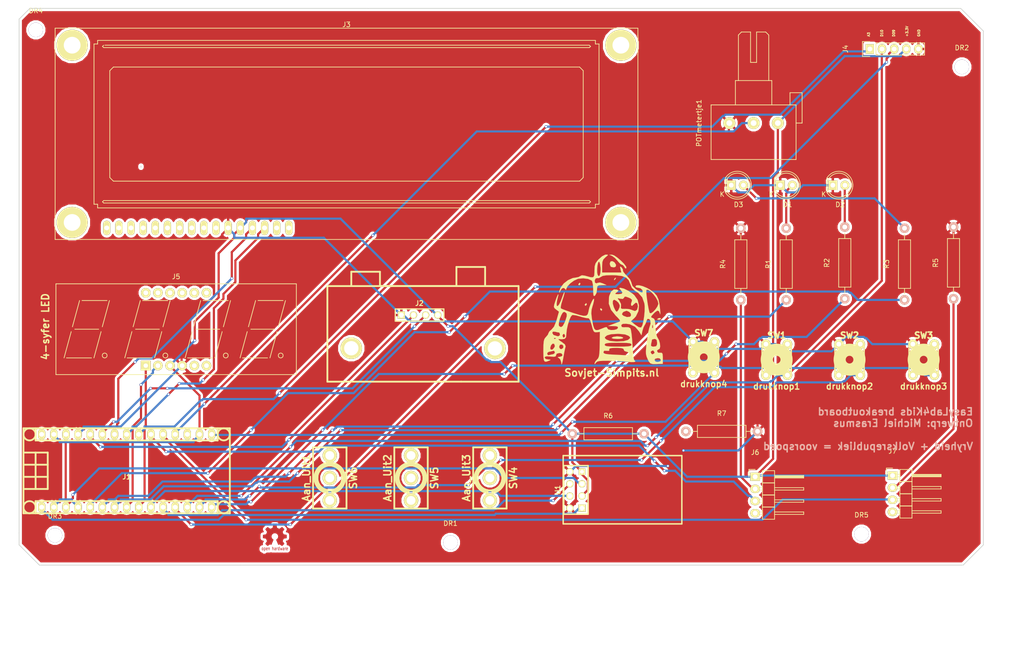
<source format=kicad_pcb>
(kicad_pcb (version 4) (host pcbnew 4.0.0-rc2-stable)
  (title_block (title EasyLab4Kids) (date 2016-02-18) (rev "Versie: 0.0.6") (company "©2016 Spvjet Simpits.nl"))
  (layers (0 F.Cu signal) (31 B.Cu signal) (34 B.Paste user) (35 F.Paste user) (36 B.SilkS user) (37 F.SilkS user) (38 B.Mask user) (39 F.Mask user) (44 Edge.Cuts user))
  (net 0 "")
  (net 1 GND)
  (net 2 "Net-(D1-Pad2)")
  (net 3 "Net-(D2-Pad2)")
  (net 4 "Net-(D3-Pad2)")
  (net 5 "Net-(DR1-Pad1)")
  (net 6 "Net-(DR2-Pad1)")
  (net 7 "Net-(DR3-Pad1)")
  (net 8 "Net-(DR4-Pad1)")
  (net 9 "Net-(DR5-Pad1)")
  (net 10 /TX)
  (net 11 /RST)
  (net 12 /D02)
  (net 13 /D03)
  (net 14 /D04)
  (net 15 /D05)
  (net 16 /D06)
  (net 17 /D07)
  (net 18 /D08)
  (net 19 /D09)
  (net 20 /D10)
  (net 21 /D11)
  (net 22 /D12)
  (net 23 /D13)
  (net 24 +3.3V)
  (net 25 "Net-(J1-Pad18)")
  (net 26 /A0)
  (net 27 /A1)
  (net 28 /A2)
  (net 29 /A3)
  (net 30 /SCL)
  (net 31 /SDA)
  (net 32 /A6)
  (net 33 /A7)
  (net 34 "Net-(J1-Pad30)")
  (net 35 "Net-(J6-Pad2)")
  (net 36 "Net-(J7-Pad2)")
  (net 37 "Net-(R7-Pad1)")
  (module LEDs:LED-5MM (layer F.Cu) (at 199.25 52.75)
    (fp_text reference D2 (at 1.524 4.064) (layer F.SilkS))
    (fp_text value LED2)
    (fp_text user K (at -1.905 1.905) (layer F.SilkS))
    (pad 1 thru_hole rect (at 0 0 90) (size 2 1.9) (drill 1.00076) (layers *.Cu *.Mask F.SilkS) (net 1 GND))
    (pad 2 thru_hole circle (at 2.54 0) (size 1.9 1.9) (drill 1.00076) (layers *.Cu *.Mask F.SilkS) (net 3 "Net-(D2-Pad2)"))
  )
  (module LEDs:LED-5MM (layer F.Cu) (at 178 52.75)
    (fp_text reference D3 (at 1.524 4.064) (layer F.SilkS))
    (fp_text value LED1)
    (fp_text user K (at -1.905 1.905) (layer F.SilkS))
    (pad 1 thru_hole rect (at 0 0 90) (size 2 1.9) (drill 1.00076) (layers *.Cu *.Mask F.SilkS) (net 1 GND))
    (pad 2 thru_hole circle (at 2.54 0) (size 1.9 1.9) (drill 1.00076) (layers *.Cu *.Mask F.SilkS) (net 4 "Net-(D3-Pad2)"))
  )
  (module Mounting_Holes:MountingHole_3mm (layer F.Cu) (at 119.25 127.5)
    (fp_text reference DR1 (at 0 -4.0005) (layer F.SilkS))
    (fp_text value Gaatje1)
    (pad 1 thru_hole circle (at 0 0) (size 3 3) (drill 3) (layers) (net 5 "Net-(DR1-Pad1)"))
  )
  (module Mounting_Holes:MountingHole_3mm (layer F.Cu) (at 226.25 28)
    (fp_text reference DR2 (at 0 -4.0005) (layer F.SilkS))
    (fp_text value Gaatje2)
    (pad 1 thru_hole circle (at 0 0) (size 3 3) (drill 3) (layers) (net 6 "Net-(DR2-Pad1)"))
  )
  (module Mounting_Holes:MountingHole_3mm (layer F.Cu) (at 36.5 126)
    (fp_text reference DR3 (at 0 -4.0005) (layer F.SilkS))
    (fp_text value Gaatje5)
    (pad 1 thru_hole circle (at 0 0) (size 3 3) (drill 3) (layers) (net 7 "Net-(DR3-Pad1)"))
  )
  (module Mounting_Holes:MountingHole_3mm (layer F.Cu) (at 32.5 20.25)
    (fp_text reference DR4 (at 0 -4.0005) (layer F.SilkS))
    (fp_text value Gaatje3)
    (pad 1 thru_hole circle (at 0 0) (size 3 3) (drill 3) (layers) (net 8 "Net-(DR4-Pad1)"))
  )
  (module Mounting_Holes:MountingHole_3mm (layer F.Cu) (at 205.25 125.75)
    (fp_text reference DR5 (at 0 -4.0005) (layer F.SilkS))
    (fp_text value Gaatje4)
    (pad 1 thru_hole circle (at 0 0) (size 3 3) (drill 3) (layers) (net 9 "Net-(DR5-Pad1)"))
  )
  (module w_conn_misc:arduino_nano_header (layer F.Cu) (at 51.5 112.5)
    (fp_text reference J1 (at 0 1.27) (layer F.SilkS) (effects (font (size 1.016 1.016) (thickness 0.2032))))
    (fp_text value Arduino_Nano_V3 hide)
    (pad 1 thru_hole oval (at -17.78 7.62) (size 1.524 2.19964) (drill 1.00076) (layers *.Cu *.Mask F.SilkS) (net 10 /TX))
    (pad 2 thru_hole oval (at -15.24 7.62) (size 1.524 2.19964) (drill 1.00076) (layers *.Cu *.Mask F.SilkS) (net 1 GND))
    (pad 3 thru_hole oval (at -12.7 7.62) (size 1.524 2.19964) (drill 1.00076) (layers *.Cu *.Mask F.SilkS) (net 11 /RST))
    (pad 4 thru_hole oval (at -10.16 7.62) (size 1.524 2.19964) (drill 1.00076) (layers *.Cu *.Mask F.SilkS) (net 1 GND))
    (pad 5 thru_hole oval (at -7.62 7.62) (size 1.524 2.19964) (drill 1.00076) (layers *.Cu *.Mask F.SilkS) (net 12 /D02))
    (pad 6 thru_hole oval (at -5.08 7.62) (size 1.524 2.19964) (drill 1.00076) (layers *.Cu *.Mask F.SilkS) (net 13 /D03))
    (pad 7 thru_hole oval (at -2.54 7.62) (size 1.524 2.19964) (drill 1.00076) (layers *.Cu *.Mask F.SilkS) (net 14 /D04))
    (pad 8 thru_hole oval (at 0 7.62) (size 1.524 2.19964) (drill 1.00076) (layers *.Cu *.Mask F.SilkS) (net 15 /D05))
    (pad 9 thru_hole oval (at 2.54 7.62) (size 1.524 2.19964) (drill 1.00076) (layers *.Cu *.Mask F.SilkS) (net 16 /D06))
    (pad 10 thru_hole oval (at 5.08 7.62) (size 1.524 2.19964) (drill 1.00076) (layers *.Cu *.Mask F.SilkS) (net 17 /D07))
    (pad 11 thru_hole oval (at 7.62 7.62) (size 1.524 2.19964) (drill 1.00076) (layers *.Cu *.Mask F.SilkS) (net 18 /D08))
    (pad 12 thru_hole oval (at 10.16 7.62) (size 1.524 2.19964) (drill 1.00076) (layers *.Cu *.Mask F.SilkS) (net 19 /D09))
    (pad 13 thru_hole oval (at 12.7 7.62) (size 1.524 2.19964) (drill 1.00076) (layers *.Cu *.Mask F.SilkS) (net 20 /D10))
    (pad 14 thru_hole oval (at 15.24 7.62) (size 1.524 2.19964) (drill 1.00076) (layers *.Cu *.Mask F.SilkS) (net 21 /D11))
    (pad 15 thru_hole oval (at 17.78 7.62) (size 1.524 2.19964) (drill 1.00076) (layers *.Cu *.Mask F.SilkS) (net 22 /D12))
    (pad 16 thru_hole oval (at 17.78 -7.62) (size 1.524 2.19964) (drill 1.00076) (layers *.Cu *.Mask F.SilkS) (net 23 /D13))
    (pad 17 thru_hole oval (at 15.24 -7.62) (size 1.524 2.19964) (drill 1.00076) (layers *.Cu *.Mask F.SilkS) (net 24 +3.3V))
    (pad 18 thru_hole oval (at 12.7 -7.62) (size 1.524 2.19964) (drill 1.00076) (layers *.Cu *.Mask F.SilkS) (net 25 "Net-(J1-Pad18)"))
    (pad 19 thru_hole oval (at 10.16 -7.62) (size 1.524 2.19964) (drill 1.00076) (layers *.Cu *.Mask F.SilkS) (net 26 /A0))
    (pad 20 thru_hole oval (at 7.62 -7.62) (size 1.524 2.1971) (drill 1.00076) (layers *.Cu *.Mask F.SilkS) (net 27 /A1))
    (pad 21 thru_hole oval (at 5.08 -7.62) (size 1.524 2.1971) (drill 1.00076) (layers *.Cu *.Mask F.SilkS) (net 28 /A2))
    (pad 22 thru_hole oval (at 2.54 -7.62) (size 1.524 2.1971) (drill 1.00076) (layers *.Cu *.Mask F.SilkS) (net 29 /A3))
    (pad 23 thru_hole oval (at 0 -7.62) (size 1.524 2.1971) (drill 1.00076) (layers *.Cu *.Mask F.SilkS) (net 30 /SCL))
    (pad 24 thru_hole oval (at -2.54 -7.62) (size 1.524 2.1971) (drill 0.99822) (layers *.Cu *.Mask F.SilkS) (net 31 /SDA))
    (pad 25 thru_hole oval (at -5.08 -7.62) (size 1.524 2.1971) (drill 0.99822) (layers *.Cu *.Mask F.SilkS) (net 32 /A6))
    (pad 26 thru_hole oval (at -7.62 -7.62) (size 1.524 2.1971) (drill 0.99822) (layers *.Cu *.Mask F.SilkS) (net 33 /A7))
    (pad 27 thru_hole oval (at -10.16 -7.62) (size 1.524 2.1971) (drill 0.99822) (layers *.Cu *.Mask F.SilkS) (net 1 GND))
    (pad 28 thru_hole oval (at -12.7 -7.62) (size 1.524 2.1971) (drill 0.99822) (layers *.Cu *.Mask F.SilkS) (net 11 /RST))
    (pad 29 thru_hole oval (at -15.24 -7.62) (size 1.524 2.1971) (drill 0.99822) (layers *.Cu *.Mask F.SilkS) (net 24 +3.3V))
    (pad 30 thru_hole oval (at -17.78 -7.62) (size 1.524 2.1971) (drill 0.99822) (layers *.Cu *.Mask F.SilkS) (net 34 "Net-(J1-Pad30)"))
  )
  (module Display:LCD-016N002L (layer F.Cu) (at 97.5 42)
    (fp_text reference J3 (at 0 -22.86) (layer F.SilkS))
    (fp_text value "I2C LCD 1602 HD44780")
    (pad 14 thru_hole oval (at -50.165 19.685) (size 1.5 3) (drill 1) (layers *.Cu *.Mask F.SilkS))
    (pad 13 thru_hole oval (at -47.625 19.685) (size 1.5 3) (drill 1) (layers *.Cu *.Mask F.SilkS))
    (pad 12 thru_hole oval (at -45.085 19.685) (size 1.5 3) (drill 1) (layers *.Cu *.Mask F.SilkS))
    (pad 11 thru_hole oval (at -42.545 19.685) (size 1.5 3) (drill 1) (layers *.Cu *.Mask F.SilkS))
    (pad 10 thru_hole oval (at -40.005 19.685) (size 1.5 3) (drill 1) (layers *.Cu *.Mask F.SilkS))
    (pad 9 thru_hole oval (at -37.465 19.685) (size 1.5 3) (drill 1) (layers *.Cu *.Mask F.SilkS))
    (pad 8 thru_hole oval (at -34.925 19.685) (size 1.5 3) (drill 1) (layers *.Cu *.Mask F.SilkS))
    (pad 7 thru_hole oval (at -32.385 19.685) (size 1.5 3) (drill 1) (layers *.Cu *.Mask F.SilkS))
    (pad 6 thru_hole oval (at -29.845 19.685) (size 1.5 3) (drill 1) (layers *.Cu *.Mask F.SilkS))
    (pad 5 thru_hole oval (at -27.305 19.685) (size 1.5 3) (drill 1) (layers *.Cu *.Mask F.SilkS))
    (pad 4 thru_hole oval (at -24.765 19.685) (size 1.5 3) (drill 1) (layers *.Cu *.Mask F.SilkS) (net 1 GND))
    (pad 3 thru_hole oval (at -22.225 19.685) (size 1.5 3) (drill 1) (layers *.Cu *.Mask F.SilkS) (net 24 +3.3V))
    (pad 2 thru_hole oval (at -19.685 19.685) (size 1.5 3) (drill 1) (layers *.Cu *.Mask F.SilkS) (net 31 /SDA))
    (pad 1 thru_hole oval (at -17.145 19.685) (size 1.5 3) (drill 1) (layers *.Cu *.Mask F.SilkS) (net 30 /SCL))
    (pad 15 thru_hole oval (at -14.605 19.685) (size 1.5 3) (drill 1) (layers *.Cu *.Mask F.SilkS))
    (pad 16 thru_hole oval (at -12.065 19.685) (size 1.5 3) (drill 1) (layers *.Cu *.Mask F.SilkS))
    (pad "" thru_hole circle (at 57.404 18.542) (size 6.5 6.5) (drill 3.5) (layers *.Cu *.Mask F.SilkS))
    (pad "" thru_hole circle (at 57.404 -18.542) (size 6.5 6.5) (drill 3.5) (layers *.Cu *.Mask F.SilkS))
    (pad "" thru_hole circle (at -57.404 18.542) (size 6.5 6.5) (drill 3.5) (layers *.Cu *.Mask F.SilkS))
    (pad "" thru_hole circle (at -57.404 -18.542) (size 6.5 6.5) (drill 3.5) (layers *.Cu *.Mask F.SilkS))
  )
  (module Pin_Headers:Pin_Header_Straight_1x05 (layer F.Cu) (at 207 24.25 90)
    (fp_text reference J4 (at 0 -5.1 90) (layer F.SilkS))
    (fp_text value "HDR_5_Algemeen IO")
    (pad 1 thru_hole rect (at 0 0 90) (size 2.032 1.7272) (drill 1.016) (layers *.Cu *.Mask F.SilkS) (net 29 /A3))
    (pad 2 thru_hole oval (at 0 2.54 90) (size 2.032 1.7272) (drill 1.016) (layers *.Cu *.Mask F.SilkS) (net 20 /D10))
    (pad 3 thru_hole oval (at 0 5.08 90) (size 2.032 1.7272) (drill 1.016) (layers *.Cu *.Mask F.SilkS) (net 19 /D09))
    (pad 4 thru_hole oval (at 0 7.62 90) (size 2.032 1.7272) (drill 1.016) (layers *.Cu *.Mask F.SilkS) (net 24 +3.3V))
    (pad 5 thru_hole oval (at 0 10.16 90) (size 2.032 1.7272) (drill 1.016) (layers *.Cu *.Mask F.SilkS) (net 1 GND))
  )
  (module Displays_7-Segment:Cx56-12 (layer F.Cu) (at 55.5 90.5)
    (fp_text reference J5 (at 6.35 -18.62) (layer F.SilkS))
    (fp_text value "4-syfer LED MAX7219")
    (pad 1 thru_hole rect (at 0 0) (size 2.032 2.032) (drill 0.9144) (layers *.Cu *.Mask F.SilkS) (net 16 /D06))
    (pad 2 thru_hole circle (at 2.54 0) (size 2 2) (drill 1) (layers *.Cu *.Mask F.SilkS) (net 15 /D05))
    (pad 3 thru_hole circle (at 5.08 0) (size 2 2) (drill 1) (layers *.Cu *.Mask F.SilkS) (net 24 +3.3V))
    (pad 4 thru_hole circle (at 7.62 0) (size 2 2) (drill 1) (layers *.Cu *.Mask F.SilkS) (net 1 GND))
    (pad 5 thru_hole circle (at 10.16 0) (size 2 2) (drill 1) (layers *.Cu *.Mask F.SilkS))
    (pad 6 thru_hole circle (at 12.7 0) (size 2 2) (drill 1) (layers *.Cu *.Mask F.SilkS))
    (pad 9 thru_hole circle (at 7.62 -15.24) (size 2 2) (drill 1) (layers *.Cu *.Mask F.SilkS))
    (pad 8 thru_hole circle (at 10.16 -15.24) (size 2 2) (drill 1) (layers *.Cu *.Mask F.SilkS))
    (pad 12 thru_hole circle (at 0 -15.24) (size 2 2) (drill 1) (layers *.Cu *.Mask F.SilkS))
    (pad 11 thru_hole circle (at 2.54 -15.24) (size 2 2) (drill 1) (layers *.Cu *.Mask F.SilkS))
    (pad 7 thru_hole circle (at 12.7 -15.24) (size 2 2) (drill 1) (layers *.Cu *.Mask F.SilkS))
    (pad 10 thru_hole circle (at 5.08 -15.24) (size 2 2) (drill 1) (layers *.Cu *.Mask F.SilkS))
  )
  (module Pin_Headers:Pin_Header_Angled_1x04 (layer F.Cu) (at 183 113.75)
    (fp_text reference J6 (at 0 -5.1) (layer F.SilkS))
    (fp_text value "Pressure sensor")
    (pad 1 thru_hole rect (at 0 0) (size 2.032 1.7272) (drill 1.016) (layers *.Cu *.Mask F.SilkS) (net 24 +3.3V))
    (pad 2 thru_hole oval (at 0 2.54) (size 2.032 1.7272) (drill 1.016) (layers *.Cu *.Mask F.SilkS) (net 35 "Net-(J6-Pad2)"))
    (pad 3 thru_hole oval (at 0 5.08) (size 2.032 1.7272) (drill 1.016) (layers *.Cu *.Mask F.SilkS) (net 28 /A2))
    (pad 4 thru_hole oval (at 0 7.62) (size 2.032 1.7272) (drill 1.016) (layers *.Cu *.Mask F.SilkS))
  )
  (module Pin_Headers:Pin_Header_Angled_1x04 (layer F.Cu) (at 211.75 113.5)
    (fp_text reference J7 (at 0 -5.1) (layer F.SilkS))
    (fp_text value "DHT11 Vochtmeting")
    (pad 1 thru_hole rect (at 0 0) (size 2.032 1.7272) (drill 1.016) (layers *.Cu *.Mask F.SilkS) (net 24 +3.3V))
    (pad 2 thru_hole oval (at 0 2.54) (size 2.032 1.7272) (drill 1.016) (layers *.Cu *.Mask F.SilkS) (net 36 "Net-(J7-Pad2)"))
    (pad 3 thru_hole oval (at 0 5.08) (size 2.032 1.7272) (drill 1.016) (layers *.Cu *.Mask F.SilkS) (net 27 /A1))
    (pad 4 thru_hole oval (at 0 7.62) (size 2.032 1.7272) (drill 1.016) (layers *.Cu *.Mask F.SilkS))
  )
  (module Potentiometers:Potentiometer_Alps-RK163-single_15mm (layer F.Cu) (at 187.75 39.75 90)
    (fp_text reference POTmetertje1 (at 0 -16.51 90) (layer F.SilkS))
    (fp_text value POTmeter)
    (pad 2 thru_hole circle (at 0 -5.08 90) (size 2.49936 2.49936) (drill 1.19888) (layers *.Cu *.Mask F.SilkS) (net 26 /A0))
    (pad 3 thru_hole circle (at 0 -10.16 90) (size 2.49936 2.49936) (drill 1.19888) (layers *.Cu *.Mask F.SilkS) (net 1 GND))
    (pad 1 thru_hole circle (at 0 0 90) (size 2.49936 2.49936) (drill 1.19888) (layers *.Cu *.Mask F.SilkS) (net 24 +3.3V))
  )
  (module w_switch:PCB_PUSH (layer F.Cu) (at 187.5 89.25)
    (fp_text reference SW1 (at 0 -5.08) (layer F.SilkS) (effects (font (size 1.27 1.27) (thickness 0.3175))))
    (fp_text value drukknop1 (at 0 5.588) (layer F.SilkS) (effects (font (size 1.27 1.27) (thickness 0.254))))
    (pad 1 thru_hole circle (at -2.25044 -3.2512) (size 1.99898 1.99898) (drill 1.00076) (layers *.Cu *.Mask F.SilkS) (net 1 GND))
    (pad 2 thru_hole circle (at 2.25044 3.2512) (size 1.99898 1.99898) (drill 1.00076) (layers *.Cu *.Mask F.SilkS) (net 20 /D10))
    (pad 4 thru_hole circle (at 2.25044 -3.2512) (size 1.99898 1.99898) (drill 1.00076) (layers *.Cu *.Mask F.SilkS))
    (pad 3 thru_hole circle (at -2.25044 3.2512) (size 1.99898 1.99898) (drill 1.00076) (layers *.Cu *.Mask F.SilkS))
  )
  (module w_switch:PCB_PUSH (layer F.Cu) (at 202.75 89.25)
    (fp_text reference SW2 (at 0 -5.08) (layer F.SilkS) (effects (font (size 1.27 1.27) (thickness 0.3175))))
    (fp_text value drukknop2 (at 0 5.588) (layer F.SilkS) (effects (font (size 1.27 1.27) (thickness 0.254))))
    (pad 1 thru_hole circle (at -2.25044 -3.2512) (size 1.99898 1.99898) (drill 1.00076) (layers *.Cu *.Mask F.SilkS) (net 1 GND))
    (pad 2 thru_hole circle (at 2.25044 3.2512) (size 1.99898 1.99898) (drill 1.00076) (layers *.Cu *.Mask F.SilkS) (net 21 /D11))
    (pad 4 thru_hole circle (at 2.25044 -3.2512) (size 1.99898 1.99898) (drill 1.00076) (layers *.Cu *.Mask F.SilkS))
    (pad 3 thru_hole circle (at -2.25044 3.2512) (size 1.99898 1.99898) (drill 1.00076) (layers *.Cu *.Mask F.SilkS))
  )
  (module w_switch:PCB_PUSH (layer F.Cu) (at 218.25 89.25)
    (fp_text reference SW3 (at 0 -5.08) (layer F.SilkS) (effects (font (size 1.27 1.27) (thickness 0.3175))))
    (fp_text value drukknop3 (at 0 5.588) (layer F.SilkS) (effects (font (size 1.27 1.27) (thickness 0.254))))
    (pad 1 thru_hole circle (at -2.25044 -3.2512) (size 1.99898 1.99898) (drill 1.00076) (layers *.Cu *.Mask F.SilkS) (net 1 GND))
    (pad 2 thru_hole circle (at 2.25044 3.2512) (size 1.99898 1.99898) (drill 1.00076) (layers *.Cu *.Mask F.SilkS) (net 22 /D12))
    (pad 4 thru_hole circle (at 2.25044 -3.2512) (size 1.99898 1.99898) (drill 1.00076) (layers *.Cu *.Mask F.SilkS))
    (pad 3 thru_hole circle (at -2.25044 3.2512) (size 1.99898 1.99898) (drill 1.00076) (layers *.Cu *.Mask F.SilkS))
  )
  (module w_switch:switch_100sp5 (layer F.Cu) (at 127.5 114 270)
    (fp_text reference SW4 (at 0 -4.89966 270) (layer F.SilkS) (effects (font (thickness 0.3048))))
    (fp_text value Aan_Uit3 (at 0 4.89966 270) (layer F.SilkS) (effects (font (thickness 0.3048))))
    (pad 1 thru_hole circle (at -4.699 0 270) (size 2.9972 2.9972) (drill 1.84658) (layers *.Cu *.Mask F.SilkS))
    (pad 2 thru_hole circle (at 0 0 270) (size 2.9972 2.9972) (drill 1.84658) (layers *.Cu *.Mask F.SilkS))
    (pad 3 thru_hole circle (at 4.699 0 270) (size 2.9972 2.9972) (drill 1.84658) (layers *.Cu *.Mask F.SilkS))
  )
  (module w_switch:switch_100sp5 (layer F.Cu) (at 111 114 270)
    (fp_text reference SW5 (at 0 -4.89966 270) (layer F.SilkS) (effects (font (thickness 0.3048))))
    (fp_text value Aan_Uit2 (at 0 4.89966 270) (layer F.SilkS) (effects (font (thickness 0.3048))))
    (pad 1 thru_hole circle (at -4.699 0 270) (size 2.9972 2.9972) (drill 1.84658) (layers *.Cu *.Mask F.SilkS))
    (pad 2 thru_hole circle (at 0 0 270) (size 2.9972 2.9972) (drill 1.84658) (layers *.Cu *.Mask F.SilkS))
    (pad 3 thru_hole circle (at 4.699 0 270) (size 2.9972 2.9972) (drill 1.84658) (layers *.Cu *.Mask F.SilkS))
  )
  (module w_switch:switch_100sp5 (layer F.Cu) (at 94 114 270)
    (fp_text reference SW6 (at 0 -4.89966 270) (layer F.SilkS) (effects (font (thickness 0.3048))))
    (fp_text value Aan_Uit1 (at 0 4.89966 270) (layer F.SilkS) (effects (font (thickness 0.3048))))
    (pad 1 thru_hole circle (at -4.699 0 270) (size 2.9972 2.9972) (drill 1.84658) (layers *.Cu *.Mask F.SilkS))
    (pad 2 thru_hole circle (at 0 0 270) (size 2.9972 2.9972) (drill 1.84658) (layers *.Cu *.Mask F.SilkS))
    (pad 3 thru_hole circle (at 4.699 0 270) (size 2.9972 2.9972) (drill 1.84658) (layers *.Cu *.Mask F.SilkS))
  )
  (module Resistors_ThroughHole:Resistor_Horizontal_RM15mm (layer F.Cu) (at 189.5 76.75 90)
    (fp_text reference R1 (at 7.5 -3.74904 90) (layer F.SilkS))
    (fp_text value R1k)
    (pad 1 thru_hole circle (at 0 0 90) (size 1.99898 1.99898) (drill 1.00076) (layers *.Cu *.SilkS *.Mask) (net 14 /D04))
    (pad 2 thru_hole circle (at 15 0 90) (size 1.99898 1.99898) (drill 1.00076) (layers *.Cu *.SilkS *.Mask) (net 2 "Net-(D1-Pad2)"))
  )
  (module Resistors_ThroughHole:Resistor_Horizontal_RM15mm (layer F.Cu) (at 201.75 76.5 90)
    (fp_text reference R2 (at 7.5 -3.74904 90) (layer F.SilkS))
    (fp_text value R1k)
    (pad 1 thru_hole circle (at 0 0 90) (size 1.99898 1.99898) (drill 1.00076) (layers *.Cu *.SilkS *.Mask) (net 13 /D03))
    (pad 2 thru_hole circle (at 15 0 90) (size 1.99898 1.99898) (drill 1.00076) (layers *.Cu *.SilkS *.Mask) (net 3 "Net-(D2-Pad2)"))
  )
  (module Resistors_ThroughHole:Resistor_Horizontal_RM15mm (layer F.Cu) (at 214.25 76.75 90)
    (fp_text reference R3 (at 7.5 -3.74904 90) (layer F.SilkS))
    (fp_text value R1k)
    (pad 1 thru_hole circle (at 0 0 90) (size 1.99898 1.99898) (drill 1.00076) (layers *.Cu *.SilkS *.Mask) (net 12 /D02))
    (pad 2 thru_hole circle (at 15 0 90) (size 1.99898 1.99898) (drill 1.00076) (layers *.Cu *.SilkS *.Mask) (net 4 "Net-(D3-Pad2)"))
  )
  (module Resistors_ThroughHole:Resistor_Horizontal_RM15mm (layer F.Cu) (at 180 76.75 90)
    (fp_text reference R4 (at 7.5 -3.74904 90) (layer F.SilkS))
    (fp_text value R1k)
    (pad 1 thru_hole circle (at 0 0 90) (size 1.99898 1.99898) (drill 1.00076) (layers *.Cu *.SilkS *.Mask) (net 35 "Net-(J6-Pad2)"))
    (pad 2 thru_hole circle (at 15 0 90) (size 1.99898 1.99898) (drill 1.00076) (layers *.Cu *.SilkS *.Mask) (net 1 GND))
  )
  (module Resistors_ThroughHole:Resistor_Horizontal_RM15mm (layer F.Cu) (at 224.5 76.5 90)
    (fp_text reference R5 (at 7.5 -3.74904 90) (layer F.SilkS))
    (fp_text value R1k)
    (pad 1 thru_hole circle (at 0 0 90) (size 1.99898 1.99898) (drill 1.00076) (layers *.Cu *.SilkS *.Mask) (net 36 "Net-(J7-Pad2)"))
    (pad 2 thru_hole circle (at 15 0 90) (size 1.99898 1.99898) (drill 1.00076) (layers *.Cu *.SilkS *.Mask) (net 1 GND))
  )
  (module w_switch:PCB_PUSH (layer F.Cu) (at 172.25 88.75)
    (fp_text reference SW7 (at 0 -5.08) (layer F.SilkS) (effects (font (size 1.27 1.27) (thickness 0.3175))))
    (fp_text value drukknop4 (at 0 5.588) (layer F.SilkS) (effects (font (size 1.27 1.27) (thickness 0.254))))
    (pad 1 thru_hole circle (at -2.25044 -3.2512) (size 1.99898 1.99898) (drill 1.00076) (layers *.Cu *.Mask F.SilkS) (net 1 GND))
    (pad 2 thru_hole circle (at 2.25044 3.2512) (size 1.99898 1.99898) (drill 1.00076) (layers *.Cu *.Mask F.SilkS) (net 23 /D13))
    (pad 4 thru_hole circle (at 2.25044 -3.2512) (size 1.99898 1.99898) (drill 1.00076) (layers *.Cu *.Mask F.SilkS))
    (pad 3 thru_hole circle (at -2.25044 3.2512) (size 1.99898 1.99898) (drill 1.00076) (layers *.Cu *.Mask F.SilkS))
  )
  (module LEDs:LED-5MM (layer F.Cu) (at 188.25 52.75)
    (fp_text reference D1 (at 1.524 4.064) (layer F.SilkS))
    (fp_text value LED3)
    (fp_text user K (at -1.905 1.905) (layer F.SilkS))
    (pad 1 thru_hole rect (at 0 0 90) (size 2 1.9) (drill 1.00076) (layers *.Cu *.Mask F.SilkS) (net 1 GND))
    (pad 2 thru_hole circle (at 2.54 0) (size 1.9 1.9) (drill 1.00076) (layers *.Cu *.Mask F.SilkS) (net 2 "Net-(D1-Pad2)"))
  )
  (module swartskaap@gmail:LOGO-sovjetSimpits (layer F.Cu) (at 151.25 78.5)
    (fp_text reference DR6 hide)
    (fp_text value "Sovjet simpits" hide)
  )
  (module HC-SR04:HC-SR04 (layer F.Cu) (at 112.75 80)
    (fp_text reference J2 (at 0 -2.54) (layer F.SilkS) (effects (font (size 1.016 1.016) (thickness 0.2032))))
    (fp_text value "HC-SR04 afstandmeter" hide)
    (pad 1 thru_hole rect (at -3.77444 -0.08636) (size 1.524 1.524) (drill 1.016) (layers *.Cu *.Mask F.SilkS) (net 1 GND))
    (pad 2 thru_hole circle (at -1.23444 -0.08636) (size 1.524 1.524) (drill 1.016) (layers *.Cu *.Mask F.SilkS) (net 33 /A7))
    (pad 3 thru_hole circle (at 1.30556 -0.08636) (size 1.524 1.524) (drill 1.016) (layers *.Cu *.Mask F.SilkS) (net 32 /A6))
    (pad 4 thru_hole circle (at 3.84556 -0.08636) (size 1.524 1.524) (drill 1.016) (layers *.Cu *.Mask F.SilkS) (net 24 +3.3V))
    (pad "" thru_hole circle (at 15.7988 6.89356) (size 4.50088 4.50088) (drill 2.99974) (layers *.Cu *.Mask F.SilkS))
    (pad "" thru_hole circle (at -14.25194 6.858) (size 4.50088 4.50088) (drill 2.99974) (layers *.Cu *.Mask F.SilkS))
  )
  (module Resistors_ThroughHole:Resistor_Horizontal_RM15mm (layer F.Cu) (at 144.75 104.75)
    (fp_text reference R6 (at 7.5 -3.74904) (layer F.SilkS))
    (fp_text value R10k)
    (pad 1 thru_hole circle (at 0 0) (size 1.99898 1.99898) (drill 1.00076) (layers *.Cu *.SilkS *.Mask) (net 24 +3.3V))
    (pad 2 thru_hole circle (at 15 0) (size 1.99898 1.99898) (drill 1.00076) (layers *.Cu *.SilkS *.Mask) (net 24 +3.3V))
  )
  (module Resistors_ThroughHole:Resistor_Horizontal_RM15mm (layer F.Cu) (at 168.5 104.25)
    (fp_text reference R7 (at 7.5 -3.74904) (layer F.SilkS))
    (fp_text value R1k)
    (pad 1 thru_hole circle (at 0 0) (size 1.99898 1.99898) (drill 1.00076) (layers *.Cu *.SilkS *.Mask) (net 37 "Net-(R7-Pad1)"))
    (pad 2 thru_hole circle (at 15 0) (size 1.99898 1.99898) (drill 1.00076) (layers *.Cu *.SilkS *.Mask) (net 1 GND))
  )
  (module ESP8266_MODULE:ESP8266_MODULE (layer F.Cu) (at 145.5 116.5 90)
    (fp_text reference U1 (at 0 -3.81 90) (layer F.SilkS) (effects (font (size 1.016 1.016) (thickness 0.2032))))
    (fp_text value ESP-01v090 hide)
    (pad 1 thru_hole rect (at -3.81 1.27 90) (size 1.524 1.524) (drill 1.016) (layers *.Cu *.Mask F.SilkS) (net 10 /TX))
    (pad 2 thru_hole circle (at -3.81 -1.27 90) (size 1.524 1.524) (drill 1.016) (layers *.Cu *.Mask F.SilkS) (net 1 GND))
    (pad 3 thru_hole circle (at -1.27 1.27 90) (size 1.524 1.524) (drill 1.016) (layers *.Cu *.Mask F.SilkS) (net 24 +3.3V))
    (pad 4 thru_hole circle (at -1.27 -1.27 90) (size 1.524 1.524) (drill 1.016) (layers *.Cu *.Mask F.SilkS) (net 17 /D07))
    (pad 5 thru_hole circle (at 1.27 1.27 90) (size 1.524 1.524) (drill 1.016) (layers *.Cu *.Mask F.SilkS) (net 11 /RST))
    (pad 6 thru_hole circle (at 1.27 -1.27 90) (size 1.524 1.524) (drill 1.016) (layers *.Cu *.Mask F.SilkS) (net 18 /D08))
    (pad 8 thru_hole circle (at 3.81 -1.27 90) (size 1.524 1.524) (drill 1.016) (layers *.Cu *.Mask F.SilkS) (net 1 GND))
    (pad 7 thru_hole rect (at 3.81 1.27 90) (size 1.397 1.397) (drill 0.8128) (layers *.Cu *.Mask F.SilkS) (net 24 +3.3V))
  )
  (module w_logo:Logo_copper_OSHW_6x6mm (layer F.Cu) (at 82.5 126)
    (fp_text reference G*** hide)
    (fp_text value LOGO hide)
    (fp_line (start 2.16 2.62) (end 2.16 3.08) (layer F.Cu) (width 0.075))
    (fp_line (start 2.25 2.62) (end 2.3 2.62) (layer F.Cu) (width 0.075))
    (fp_line (start 2.2 2.65) (end 2.25 2.62) (layer F.Cu) (width 0.075))
    (fp_line (start 2.18 2.67) (end 2.2 2.65) (layer F.Cu) (width 0.075))
    (fp_line (start 2.16 2.74) (end 2.18 2.67) (layer F.Cu) (width 0.075))
    (fp_line (start 2.6 3.08) (end 2.65 3.05) (layer F.Cu) (width 0.075))
    (fp_line (start 2.5 3.08) (end 2.6 3.08) (layer F.Cu) (width 0.075))
    (fp_line (start 2.46 3.05) (end 2.5 3.08) (layer F.Cu) (width 0.075))
    (fp_line (start 2.44 2.98) (end 2.46 3.05) (layer F.Cu) (width 0.075))
    (fp_line (start 2.44 2.71) (end 2.44 2.98) (layer F.Cu) (width 0.075))
    (fp_line (start 2.47 2.65) (end 2.44 2.71) (layer F.Cu) (width 0.075))
    (fp_line (start 2.51 2.62) (end 2.47 2.65) (layer F.Cu) (width 0.075))
    (fp_line (start 2.61 2.62) (end 2.51 2.62) (layer F.Cu) (width 0.075))
    (fp_line (start 2.65 2.66) (end 2.61 2.62) (layer F.Cu) (width 0.075))
    (fp_line (start 2.67 2.73) (end 2.65 2.66) (layer F.Cu) (width 0.075))
    (fp_line (start 2.67 2.85) (end 2.67 2.73) (layer F.Cu) (width 0.075))
    (fp_line (start 2.67 2.85) (end 2.44 2.85) (layer F.Cu) (width 0.075))
    (fp_line (start 1.92 2.71) (end 1.92 3.08) (layer F.Cu) (width 0.075))
    (fp_line (start 1.89 2.65) (end 1.92 2.71) (layer F.Cu) (width 0.075))
    (fp_line (start 1.85 2.62) (end 1.89 2.65) (layer F.Cu) (width 0.075))
    (fp_line (start 1.75 2.62) (end 1.85 2.62) (layer F.Cu) (width 0.075))
    (fp_line (start 1.7 2.65) (end 1.75 2.62) (layer F.Cu) (width 0.075))
    (fp_line (start 1.76 2.81) (end 1.71 2.84) (layer F.Cu) (width 0.075))
    (fp_line (start 1.88 2.81) (end 1.76 2.81) (layer F.Cu) (width 0.075))
    (fp_line (start 1.92 2.78) (end 1.88 2.81) (layer F.Cu) (width 0.075))
    (fp_line (start 1.87 3.08) (end 1.92 3.04) (layer F.Cu) (width 0.075))
    (fp_line (start 1.75 3.08) (end 1.87 3.08) (layer F.Cu) (width 0.075))
    (fp_line (start 1.7 3.04) (end 1.75 3.08) (layer F.Cu) (width 0.075))
    (fp_line (start 1.68 2.98) (end 1.7 3.04) (layer F.Cu) (width 0.075))
    (fp_line (start 1.68 2.91) (end 1.68 2.98) (layer F.Cu) (width 0.075))
    (fp_line (start 1.71 2.84) (end 1.68 2.91) (layer F.Cu) (width 0.075))
    (fp_line (start 1.13 2.62) (end 1.23 3.08) (layer F.Cu) (width 0.075))
    (fp_line (start 1.23 3.08) (end 1.32 2.74) (layer F.Cu) (width 0.075))
    (fp_line (start 1.32 2.74) (end 1.42 3.08) (layer F.Cu) (width 0.075))
    (fp_line (start 1.42 3.08) (end 1.52 2.62) (layer F.Cu) (width 0.075))
    (fp_line (start 0.94 3.05) (end 0.9 3.08) (layer F.Cu) (width 0.075))
    (fp_line (start 0.9 3.08) (end 0.79 3.08) (layer F.Cu) (width 0.075))
    (fp_line (start 0.79 3.08) (end 0.75 3.05) (layer F.Cu) (width 0.075))
    (fp_line (start 0.75 3.05) (end 0.73 3.02) (layer F.Cu) (width 0.075))
    (fp_line (start 0.73 3.02) (end 0.7 2.95) (layer F.Cu) (width 0.075))
    (fp_line (start 0.7 2.95) (end 0.7 2.75) (layer F.Cu) (width 0.075))
    (fp_line (start 0.7 2.75) (end 0.73 2.68) (layer F.Cu) (width 0.075))
    (fp_line (start 0.73 2.68) (end 0.75 2.65) (layer F.Cu) (width 0.075))
    (fp_line (start 0.75 2.65) (end 0.81 2.61) (layer F.Cu) (width 0.075))
    (fp_line (start 0.81 2.61) (end 0.88 2.61) (layer F.Cu) (width 0.075))
    (fp_line (start 0.88 2.61) (end 0.94 2.65) (layer F.Cu) (width 0.075))
    (fp_line (start 0.94 2.38) (end 0.94 3.08) (layer F.Cu) (width 0.075))
    (fp_line (start 0.42 2.74) (end 0.44 2.67) (layer F.Cu) (width 0.075))
    (fp_line (start 0.44 2.67) (end 0.46 2.65) (layer F.Cu) (width 0.075))
    (fp_line (start 0.46 2.65) (end 0.51 2.62) (layer F.Cu) (width 0.075))
    (fp_line (start 0.51 2.62) (end 0.56 2.62) (layer F.Cu) (width 0.075))
    (fp_line (start 0.42 2.62) (end 0.42 3.08) (layer F.Cu) (width 0.075))
    (fp_line (start -0.03 2.84) (end -0.06 2.91) (layer F.Cu) (width 0.075))
    (fp_line (start -0.06 2.91) (end -0.06 2.98) (layer F.Cu) (width 0.075))
    (fp_line (start -0.06 2.98) (end -0.04 3.04) (layer F.Cu) (width 0.075))
    (fp_line (start -0.04 3.04) (end 0.01 3.08) (layer F.Cu) (width 0.075))
    (fp_line (start 0.01 3.08) (end 0.13 3.08) (layer F.Cu) (width 0.075))
    (fp_line (start 0.13 3.08) (end 0.18 3.04) (layer F.Cu) (width 0.075))
    (fp_line (start 0.18 2.78) (end 0.14 2.81) (layer F.Cu) (width 0.075))
    (fp_line (start 0.14 2.81) (end 0.02 2.81) (layer F.Cu) (width 0.075))
    (fp_line (start 0.02 2.81) (end -0.03 2.84) (layer F.Cu) (width 0.075))
    (fp_line (start -0.04 2.65) (end 0.01 2.62) (layer F.Cu) (width 0.075))
    (fp_line (start 0.01 2.62) (end 0.11 2.62) (layer F.Cu) (width 0.075))
    (fp_line (start 0.11 2.62) (end 0.15 2.65) (layer F.Cu) (width 0.075))
    (fp_line (start 0.15 2.65) (end 0.18 2.71) (layer F.Cu) (width 0.075))
    (fp_line (start 0.18 2.71) (end 0.18 3.08) (layer F.Cu) (width 0.075))
    (fp_line (start -0.49 2.69) (end -0.47 2.65) (layer F.Cu) (width 0.075))
    (fp_line (start -0.47 2.65) (end -0.42 2.62) (layer F.Cu) (width 0.075))
    (fp_line (start -0.42 2.62) (end -0.34 2.62) (layer F.Cu) (width 0.075))
    (fp_line (start -0.34 2.62) (end -0.3 2.65) (layer F.Cu) (width 0.075))
    (fp_line (start -0.3 2.65) (end -0.28 2.71) (layer F.Cu) (width 0.075))
    (fp_line (start -0.28 2.71) (end -0.28 3.08) (layer F.Cu) (width 0.075))
    (fp_line (start -0.49 2.38) (end -0.49 3.08) (layer F.Cu) (width 0.075))
    (fp_line (start -1.54 2.85) (end -1.77 2.85) (layer F.Cu) (width 0.075))
    (fp_line (start -1.32 2.68) (end -1.3 2.65) (layer F.Cu) (width 0.075))
    (fp_line (start -1.3 2.65) (end -1.26 2.62) (layer F.Cu) (width 0.075))
    (fp_line (start -1.26 2.62) (end -1.17 2.62) (layer F.Cu) (width 0.075))
    (fp_line (start -1.17 2.62) (end -1.13 2.65) (layer F.Cu) (width 0.075))
    (fp_line (start -1.13 2.65) (end -1.11 2.71) (layer F.Cu) (width 0.075))
    (fp_line (start -1.11 2.71) (end -1.11 3.08) (layer F.Cu) (width 0.075))
    (fp_line (start -1.32 2.62) (end -1.32 3.08) (layer F.Cu) (width 0.075))
    (fp_line (start -1.54 2.85) (end -1.54 2.73) (layer F.Cu) (width 0.075))
    (fp_line (start -1.54 2.73) (end -1.56 2.66) (layer F.Cu) (width 0.075))
    (fp_line (start -1.56 2.66) (end -1.6 2.62) (layer F.Cu) (width 0.075))
    (fp_line (start -1.6 2.62) (end -1.7 2.62) (layer F.Cu) (width 0.075))
    (fp_line (start -1.7 2.62) (end -1.74 2.65) (layer F.Cu) (width 0.075))
    (fp_line (start -1.74 2.65) (end -1.77 2.71) (layer F.Cu) (width 0.075))
    (fp_line (start -1.77 2.71) (end -1.77 2.98) (layer F.Cu) (width 0.075))
    (fp_line (start -1.77 2.98) (end -1.75 3.05) (layer F.Cu) (width 0.075))
    (fp_line (start -1.75 3.05) (end -1.71 3.08) (layer F.Cu) (width 0.075))
    (fp_line (start -1.71 3.08) (end -1.61 3.08) (layer F.Cu) (width 0.075))
    (fp_line (start -1.61 3.08) (end -1.56 3.05) (layer F.Cu) (width 0.075))
    (fp_line (start -2.2 2.65) (end -2.16 2.62) (layer F.Cu) (width 0.075))
    (fp_line (start -2.16 2.62) (end -2.06 2.62) (layer F.Cu) (width 0.075))
    (fp_line (start -2.06 2.62) (end -2.02 2.65) (layer F.Cu) (width 0.075))
    (fp_line (start -2.02 2.65) (end -1.99 2.68) (layer F.Cu) (width 0.075))
    (fp_line (start -1.99 2.68) (end -1.97 2.74) (layer F.Cu) (width 0.075))
    (fp_line (start -1.97 2.74) (end -1.97 2.96) (layer F.Cu) (width 0.075))
    (fp_line (start -1.97 2.96) (end -1.99 3.02) (layer F.Cu) (width 0.075))
    (fp_line (start -1.99 3.02) (end -2.01 3.05) (layer F.Cu) (width 0.075))
    (fp_line (start -2.01 3.05) (end -2.05 3.08) (layer F.Cu) (width 0.075))
    (fp_line (start -2.05 3.08) (end -2.15 3.08) (layer F.Cu) (width 0.075))
    (fp_line (start -2.15 3.08) (end -2.2 3.05) (layer F.Cu) (width 0.075))
    (fp_line (start -2.2 3.32) (end -2.2 2.62) (layer F.Cu) (width 0.075))
    (fp_line (start -2.51 2.62) (end -2.59 2.62) (layer F.Cu) (width 0.075))
    (fp_line (start -2.59 2.62) (end -2.63 2.65) (layer F.Cu) (width 0.075))
    (fp_line (start -2.63 2.65) (end -2.65 2.68) (layer F.Cu) (width 0.075))
    (fp_line (start -2.65 2.68) (end -2.68 2.75) (layer F.Cu) (width 0.075))
    (fp_line (start -2.59 3.08) (end -2.51 3.08) (layer F.Cu) (width 0.075))
    (fp_line (start -2.51 3.08) (end -2.46 3.05) (layer F.Cu) (width 0.075))
    (fp_line (start -2.46 3.05) (end -2.44 3.02) (layer F.Cu) (width 0.075))
    (fp_line (start -2.44 3.02) (end -2.42 2.95) (layer F.Cu) (width 0.075))
    (fp_line (start -2.42 2.95) (end -2.42 2.75) (layer F.Cu) (width 0.075))
    (fp_line (start -2.42 2.75) (end -2.44 2.69) (layer F.Cu) (width 0.075))
    (fp_line (start -2.44 2.69) (end -2.46 2.66) (layer F.Cu) (width 0.075))
    (fp_line (start -2.46 2.66) (end -2.51 2.62) (layer F.Cu) (width 0.075))
    (fp_line (start -2.68 2.75) (end -2.68 2.95) (layer F.Cu) (width 0.075))
    (fp_line (start -2.68 2.95) (end -2.66 3.01) (layer F.Cu) (width 0.075))
    (fp_line (start -2.66 3.01) (end -2.64 3.04) (layer F.Cu) (width 0.075))
    (fp_line (start -2.64 3.04) (end -2.59 3.08) (layer F.Cu) (width 0.075))
    (fp_poly (pts (xy -1.51384 2.24536) (xy -1.48844 2.23012) (xy -1.43002 2.19456) (xy -1.3462 2.13868) (xy -1.24714 2.07264) (xy -1.14808 2.0066) (xy -1.0668 1.95326) (xy -1.01092 1.91516) (xy -0.98552 1.90246) (xy -0.97282 1.90754) (xy -0.9271 1.9304) (xy -0.85852 1.96596) (xy -0.81788 1.98628) (xy -0.75692 2.01168) (xy -0.7239 2.0193) (xy -0.71882 2.00914) (xy -0.69596 1.96088) (xy -0.6604 1.8796) (xy -0.61468 1.77038) (xy -0.5588 1.64338) (xy -0.50292 1.50876) (xy -0.4445 1.36906) (xy -0.38862 1.23444) (xy -0.34036 1.11506) (xy -0.29972 1.01854) (xy -0.27432 0.94996) (xy -0.26416 0.92202) (xy -0.2667 0.9144) (xy -0.29972 0.88392) (xy -0.35306 0.84328) (xy -0.47244 0.74676) (xy -0.58928 0.60198) (xy -0.6604 0.43688) (xy -0.68326 0.25146) (xy -0.66294 0.08128) (xy -0.5969 -0.08128) (xy -0.4826 -0.2286) (xy -0.3429 -0.33782) (xy -0.18034 -0.4064) (xy 0 -0.42926) (xy 0.17272 -0.40894) (xy 0.34036 -0.3429) (xy 0.48768 -0.23114) (xy 0.55118 -0.16002) (xy 0.63754 -0.01016) (xy 0.6858 0.14732) (xy 0.69088 0.18796) (xy 0.68326 0.36322) (xy 0.63246 0.5334) (xy 0.53848 0.68326) (xy 0.40894 0.80772) (xy 0.3937 0.81788) (xy 0.33528 0.8636) (xy 0.29464 0.89408) (xy 0.26416 0.91948) (xy 0.48768 1.45796) (xy 0.52324 1.54178) (xy 0.5842 1.6891) (xy 0.63754 1.8161) (xy 0.68072 1.9177) (xy 0.7112 1.98374) (xy 0.7239 2.01168) (xy 0.7239 2.01422) (xy 0.74422 2.01676) (xy 0.78486 2.00152) (xy 0.86106 1.96596) (xy 0.90932 1.94056) (xy 0.96774 1.91262) (xy 0.99314 1.90246) (xy 1.016 1.91516) (xy 1.06934 1.95072) (xy 1.15062 2.00406) (xy 1.24714 2.06756) (xy 1.33858 2.13106) (xy 1.4224 2.18694) (xy 1.48336 2.22504) (xy 1.51384 2.24282) (xy 1.51892 2.24282) (xy 1.54432 2.22758) (xy 1.59258 2.18694) (xy 1.66624 2.11836) (xy 1.77038 2.01422) (xy 1.78562 1.99898) (xy 1.87198 1.91262) (xy 1.94056 1.83896) (xy 1.98628 1.78816) (xy 2.00406 1.7653) (xy 2.00406 1.7653) (xy 1.98882 1.73482) (xy 1.95072 1.67386) (xy 1.89484 1.5875) (xy 1.82626 1.48844) (xy 1.64846 1.22936) (xy 1.74498 0.98552) (xy 1.77546 0.90932) (xy 1.81356 0.82042) (xy 1.8415 0.75438) (xy 1.85674 0.72644) (xy 1.88214 0.71628) (xy 1.95072 0.70104) (xy 2.04724 0.68072) (xy 2.16154 0.6604) (xy 2.2733 0.64008) (xy 2.37236 0.61976) (xy 2.44348 0.60706) (xy 2.4765 0.59944) (xy 2.48412 0.59436) (xy 2.49174 0.57912) (xy 2.49428 0.5461) (xy 2.49682 0.48514) (xy 2.49936 0.39116) (xy 2.49936 0.25146) (xy 2.49936 0.23622) (xy 2.49682 0.10668) (xy 2.49428 0) (xy 2.49174 -0.06604) (xy 2.48666 -0.09398) (xy 2.48666 -0.09398) (xy 2.45618 -0.1016) (xy 2.38506 -0.11684) (xy 2.286 -0.13462) (xy 2.16662 -0.15748) (xy 2.159 -0.16002) (xy 2.04216 -0.18288) (xy 1.9431 -0.2032) (xy 1.87198 -0.21844) (xy 1.84404 -0.2286) (xy 1.83642 -0.23622) (xy 1.81356 -0.28194) (xy 1.78054 -0.3556) (xy 1.7399 -0.4445) (xy 1.7018 -0.53848) (xy 1.66878 -0.6223) (xy 1.64592 -0.68326) (xy 1.6383 -0.7112) (xy 1.64084 -0.71374) (xy 1.65862 -0.74168) (xy 1.69926 -0.80264) (xy 1.75514 -0.88646) (xy 1.82372 -0.98806) (xy 1.8288 -0.99568) (xy 1.89738 -1.09474) (xy 1.95326 -1.1811) (xy 1.98882 -1.23952) (xy 2.00406 -1.26746) (xy 2.00406 -1.27) (xy 1.9812 -1.30048) (xy 1.9304 -1.35636) (xy 1.85674 -1.43256) (xy 1.77038 -1.52146) (xy 1.74244 -1.54686) (xy 1.64338 -1.64338) (xy 1.57734 -1.70434) (xy 1.53416 -1.73736) (xy 1.51384 -1.74498) (xy 1.51384 -1.74498) (xy 1.48336 -1.7272) (xy 1.41986 -1.68656) (xy 1.33604 -1.62814) (xy 1.23444 -1.55956) (xy 1.22682 -1.55448) (xy 1.12776 -1.4859) (xy 1.04394 -1.43002) (xy 0.98552 -1.38938) (xy 0.95758 -1.37414) (xy 0.95504 -1.37414) (xy 0.9144 -1.38684) (xy 0.84328 -1.41224) (xy 0.75438 -1.44526) (xy 0.66294 -1.48336) (xy 0.57912 -1.51892) (xy 0.51562 -1.54686) (xy 0.48514 -1.56464) (xy 0.48514 -1.56464) (xy 0.47498 -1.6002) (xy 0.4572 -1.6764) (xy 0.43688 -1.778) (xy 0.41148 -1.89992) (xy 0.40894 -1.92024) (xy 0.38608 -2.03962) (xy 0.3683 -2.13868) (xy 0.35306 -2.20726) (xy 0.34544 -2.2352) (xy 0.3302 -2.23774) (xy 0.27178 -2.24282) (xy 0.18288 -2.24536) (xy 0.07366 -2.24536) (xy -0.0381 -2.24536) (xy -0.14732 -2.24282) (xy -0.2413 -2.24028) (xy -0.30988 -2.2352) (xy -0.33782 -2.23012) (xy -0.33782 -2.22758) (xy -0.34798 -2.18948) (xy -0.36576 -2.11582) (xy -0.38608 -2.01168) (xy -0.40894 -1.88976) (xy -0.41402 -1.8669) (xy -0.43688 -1.75006) (xy -0.4572 -1.651) (xy -0.4699 -1.58496) (xy -0.47752 -1.55702) (xy -0.49022 -1.55194) (xy -0.53848 -1.53162) (xy -0.61722 -1.4986) (xy -0.71628 -1.45796) (xy -0.94488 -1.36652) (xy -1.22682 -1.55702) (xy -1.25222 -1.5748) (xy -1.35382 -1.64338) (xy -1.4351 -1.69926) (xy -1.49352 -1.73736) (xy -1.51638 -1.75006) (xy -1.51892 -1.75006) (xy -1.54686 -1.72466) (xy -1.60274 -1.67132) (xy -1.67894 -1.59766) (xy -1.76784 -1.5113) (xy -1.83134 -1.44526) (xy -1.91008 -1.36652) (xy -1.95834 -1.31318) (xy -1.98628 -1.28016) (xy -1.9939 -1.25984) (xy -1.99136 -1.2446) (xy -1.97358 -1.21666) (xy -1.93294 -1.1557) (xy -1.87452 -1.06934) (xy -1.80594 -0.97028) (xy -1.75006 -0.88646) (xy -1.6891 -0.79248) (xy -1.651 -0.72644) (xy -1.63576 -0.69342) (xy -1.64084 -0.68072) (xy -1.65862 -0.62484) (xy -1.69418 -0.54102) (xy -1.73482 -0.44196) (xy -1.83388 -0.22098) (xy -1.97866 -0.19304) (xy -2.06756 -0.17526) (xy -2.18948 -0.1524) (xy -2.30886 -0.12954) (xy -2.49174 -0.09398) (xy -2.49936 0.58166) (xy -2.47142 0.59436) (xy -2.44348 0.60198) (xy -2.3749 0.61722) (xy -2.27838 0.63754) (xy -2.16154 0.65786) (xy -2.06502 0.67564) (xy -1.96596 0.69596) (xy -1.89484 0.70866) (xy -1.86436 0.71628) (xy -1.8542 0.72644) (xy -1.83134 0.7747) (xy -1.79578 0.8509) (xy -1.75514 0.94234) (xy -1.71704 1.03632) (xy -1.68148 1.12522) (xy -1.65862 1.19126) (xy -1.64846 1.22428) (xy -1.66116 1.25222) (xy -1.69926 1.31064) (xy -1.7526 1.39192) (xy -1.82118 1.49098) (xy -1.88722 1.5875) (xy -1.94564 1.67132) (xy -1.98374 1.73228) (xy -2.00152 1.76022) (xy -1.99136 1.778) (xy -1.95326 1.82626) (xy -1.8796 1.90246) (xy -1.76784 2.01168) (xy -1.75006 2.02946) (xy -1.6637 2.11328) (xy -1.59004 2.18186) (xy -1.5367 2.22758) (xy -1.51384 2.24536)) (layer F.Cu) (width 0.00254))
  )
  (gr_text Sovjet-Simpits.nl (at 153 92) (layer F.SilkS) (effects (font (size 1.5 1.5) (thickness 0.3))))
  (gr_text GND (at 217.25 21.75 90) (layer F.SilkS) (effects (font (size 0.5 0.5) (thickness 0.125)) (justify left)))
  (gr_text +3.3V (at 214.75 21.75 90) (layer F.SilkS) (effects (font (size 0.5 0.5) (thickness 0.125)) (justify left)))
  (gr_text D09 (at 212 21.75 90) (layer F.SilkS) (effects (font (size 0.5 0.5) (thickness 0.125)) (justify left)))
  (gr_text D10 (at 209.5 21.75 90) (layer F.SilkS) (effects (font (size 0.5 0.5) (thickness 0.125)) (justify left)))
  (gr_text A3 (at 206.75 21.75 90) (layer F.SilkS) (effects (font (size 0.5 0.5) (thickness 0.125)) (justify left)))
  (gr_text "EasyLab4Kids breakoutboard\nOntwerp: Michiel Erasmus\n\nVryheid + Volksrepubliek = voorspoed \n" (at 228.75 103.75) (layer B.SilkS) (effects (font (size 1.5 1.5) (thickness 0.3)) (justify left mirror)))
  (gr_text "4-syfer LED" (at 34.5 89.5 90) (layer F.SilkS) (effects (font (size 1.5 1.5) (thickness 0.3)) (justify left)))
  (gr_line (start 226.5 132.25) (end 226.75 132) (angle 90) (layer Edge.Cuts) (width 0.15))
  (gr_line (start 75.25 132.25) (end 226.5 132.25) (angle 90) (layer Edge.Cuts) (width 0.15))
  (gr_line (start 230.75 20.5) (end 230.75 128) (angle 90) (layer Edge.Cuts) (width 0.15))
  (gr_line (start 102 15.75) (end 31.25 15.75) (angle 90) (layer Edge.Cuts) (width 0.15))
  (gr_line (start 29 125.5) (end 29 128) (angle 90) (layer Edge.Cuts) (width 0.15))
  (gr_line (start 33.25 132.25) (end 33 132) (angle 90) (layer Edge.Cuts) (width 0.15))
  (gr_line (start 75.25 132.25) (end 33.25 132.25) (angle 90) (layer Edge.Cuts) (width 0.15))
  (gr_line (start 54.5 48.75) (end 54.5 49) (angle 90) (layer Edge.Cuts) (width 0.15))
  (gr_line (start 230.75 128) (end 226.75 132) (angle 90) (layer Edge.Cuts) (width 0.15))
  (gr_line (start 29 128) (end 33 132) (angle 90) (layer Edge.Cuts) (width 0.15))
  (gr_line (start 29 82) (end 29 125.5) (angle 90) (layer Edge.Cuts) (width 0.15))
  (gr_line (start 29 18) (end 29 82) (angle 90) (layer Edge.Cuts) (width 0.15))
  (gr_line (start 31.25 15.75) (end 29 18) (angle 90) (layer Edge.Cuts) (width 0.15))
  (gr_line (start 226 15.75) (end 102 15.75) (angle 90) (layer Edge.Cuts) (width 0.15))
  (gr_line (start 226 15.75) (end 230.75 20.5) (angle 90) (layer Edge.Cuts) (width 0.15))
  (segment (start 108.97556 79.91364) (end 109 80) (width 0.45) (layer B.Cu) (net 1))
  (segment (start 109 80) (end 92.75 63.75) (width 0.45) (layer B.Cu) (net 1))
  (segment (start 92.75 63.75) (end 74 63.75) (width 0.45) (layer B.Cu) (net 1))
  (segment (start 74 63.75) (end 74 63) (width 0.45) (layer B.Cu) (net 1))
  (segment (start 74 63) (end 72.75 61.75) (width 0.45) (layer B.Cu) (net 1))
  (segment (start 72.75 61.75) (end 72.735 61.685) (width 0.45) (layer B.Cu) (net 1))
  (segment (start 63.12 90.5) (end 63 90.5) (width 0.45) (layer B.Cu) (net 1))
  (segment (start 63 90.5) (end 50.25 103.25) (width 0.45) (layer B.Cu) (net 1))
  (segment (start 50.25 103.25) (end 42.5 103.25) (width 0.45) (layer B.Cu) (net 1))
  (segment (start 42.5 103.25) (end 42.5 103.75) (width 0.45) (layer B.Cu) (net 1))
  (segment (start 42.5 103.75) (end 41.25 105) (width 0.45) (layer B.Cu) (net 1))
  (segment (start 41.25 105) (end 41.34 104.88) (width 0.45) (layer B.Cu) (net 1))
  (segment (start 169.99956 85.4988) (end 170 85.5) (width 0.45) (layer B.Cu) (net 1))
  (segment (start 170 85.5) (end 165.75 81.25) (width 0.45) (layer B.Cu) (net 1))
  (segment (start 165.75 81.25) (end 111 81.25) (width 0.45) (layer B.Cu) (net 1))
  (segment (start 111 81.25) (end 110.75 81) (width 0.45) (layer B.Cu) (net 1))
  (segment (start 110.75 81) (end 110.5 81) (width 0.45) (layer B.Cu) (net 1))
  (segment (start 110.5 81) (end 109.5 80) (width 0.45) (layer B.Cu) (net 1))
  (segment (start 109.5 80) (end 109 80) (width 0.45) (layer B.Cu) (net 1))
  (segment (start 109 80) (end 108.97556 79.91364) (width 0.45) (layer B.Cu) (net 1))
  (segment (start 183.5 104.25) (end 179.5 108.25) (width 0.45) (layer B.Cu) (net 1))
  (segment (start 179.5 108.25) (end 168 108.25) (width 0.45) (layer B.Cu) (net 1))
  (via (at 168 108.25) (size 0.6) (layers F.Cu B.Cu) (net 1))
  (segment (start 168 108.25) (end 164.75 111.5) (width 0.45) (layer F.Cu) (net 1))
  (via (at 164.75 111.5) (size 0.6) (layers F.Cu B.Cu) (net 1))
  (segment (start 164.75 111.5) (end 145.5 111.5) (width 0.45) (layer B.Cu) (net 1))
  (segment (start 145.5 111.5) (end 144.25 112.75) (width 0.45) (layer B.Cu) (net 1))
  (segment (start 144.25 112.75) (end 144.23 112.69) (width 0.45) (layer B.Cu) (net 1))
  (segment (start 72.735 61.685) (end 72.75 61.75) (width 0.45) (layer F.Cu) (net 1))
  (segment (start 72.75 61.75) (end 71.5 63) (width 0.45) (layer F.Cu) (net 1))
  (segment (start 71.5 63) (end 71.5 63.75) (width 0.45) (layer F.Cu) (net 1))
  (segment (start 71.5 63.75) (end 69.75 65.5) (width 0.45) (layer F.Cu) (net 1))
  (segment (start 69.75 65.5) (end 69.75 76) (width 0.45) (layer F.Cu) (net 1))
  (segment (start 69.75 76) (end 63 82.75) (width 0.45) (layer F.Cu) (net 1))
  (segment (start 63 82.75) (end 63 90.5) (width 0.45) (layer F.Cu) (net 1))
  (segment (start 63 90.5) (end 63.12 90.5) (width 0.45) (layer F.Cu) (net 1))
  (segment (start 224.5 61.5) (end 217.25 54.25) (width 0.45) (layer F.Cu) (net 1))
  (segment (start 217.25 54.25) (end 217.25 24.25) (width 0.45) (layer F.Cu) (net 1))
  (segment (start 217.25 24.25) (end 217.16 24.25) (width 0.45) (layer F.Cu) (net 1))
  (segment (start 215.99956 85.9988) (end 216 86) (width 0.45) (layer F.Cu) (net 1))
  (segment (start 216 86) (end 223 79) (width 0.45) (layer F.Cu) (net 1))
  (segment (start 223 79) (end 223 75.75) (width 0.45) (layer F.Cu) (net 1))
  (segment (start 223 75.75) (end 223.25 75.5) (width 0.45) (layer F.Cu) (net 1))
  (segment (start 223.25 75.5) (end 223.25 75.25) (width 0.45) (layer F.Cu) (net 1))
  (segment (start 223.25 75.25) (end 224.5 74) (width 0.45) (layer F.Cu) (net 1))
  (segment (start 224.5 74) (end 224.5 61.5) (width 0.45) (layer F.Cu) (net 1))
  (segment (start 185.24956 85.9988) (end 185.25 86) (width 0.45) (layer F.Cu) (net 1))
  (segment (start 185.25 86) (end 181.5 82.25) (width 0.45) (layer F.Cu) (net 1))
  (segment (start 181.5 82.25) (end 181.5 76) (width 0.45) (layer F.Cu) (net 1))
  (segment (start 181.5 76) (end 181.25 75.75) (width 0.45) (layer F.Cu) (net 1))
  (segment (start 181.25 75.75) (end 181.25 75.5) (width 0.45) (layer F.Cu) (net 1))
  (segment (start 181.25 75.5) (end 180 74.25) (width 0.45) (layer F.Cu) (net 1))
  (segment (start 180 74.25) (end 180 61.75) (width 0.45) (layer F.Cu) (net 1))
  (segment (start 185.24956 85.9988) (end 185.25 86) (width 0.45) (layer F.Cu) (net 1))
  (segment (start 185.25 86) (end 183.5 87.75) (width 0.45) (layer F.Cu) (net 1))
  (segment (start 183.5 87.75) (end 183.5 104.25) (width 0.45) (layer F.Cu) (net 1))
  (segment (start 185.24956 85.9988) (end 185.25 86) (width 0.45) (layer B.Cu) (net 1))
  (segment (start 185.25 86) (end 184.25 87) (width 0.45) (layer B.Cu) (net 1))
  (segment (start 184.25 87) (end 173.75 87) (width 0.45) (layer B.Cu) (net 1))
  (segment (start 173.75 87) (end 173.5 86.75) (width 0.45) (layer B.Cu) (net 1))
  (segment (start 173.5 86.75) (end 173.25 86.75) (width 0.45) (layer B.Cu) (net 1))
  (segment (start 173.25 86.75) (end 172 85.5) (width 0.45) (layer B.Cu) (net 1))
  (segment (start 172 85.5) (end 170 85.5) (width 0.45) (layer B.Cu) (net 1))
  (segment (start 170 85.5) (end 169.99956 85.4988) (width 0.45) (layer B.Cu) (net 1))
  (segment (start 180 61.75) (end 178 59.75) (width 0.45) (layer F.Cu) (net 1))
  (segment (start 178 59.75) (end 178 52.75) (width 0.45) (layer F.Cu) (net 1))
  (segment (start 200.49956 85.9988) (end 200.5 86) (width 0.45) (layer B.Cu) (net 1))
  (segment (start 200.5 86) (end 202 84.5) (width 0.45) (layer B.Cu) (net 1))
  (segment (start 202 84.5) (end 205.75 84.5) (width 0.45) (layer B.Cu) (net 1))
  (segment (start 205.75 84.5) (end 206 84.75) (width 0.45) (layer B.Cu) (net 1))
  (segment (start 206 84.75) (end 206.25 84.75) (width 0.45) (layer B.Cu) (net 1))
  (segment (start 206.25 84.75) (end 207.5 86) (width 0.45) (layer B.Cu) (net 1))
  (segment (start 207.5 86) (end 216 86) (width 0.45) (layer B.Cu) (net 1))
  (segment (start 216 86) (end 215.99956 85.9988) (width 0.45) (layer B.Cu) (net 1))
  (segment (start 200.49956 85.9988) (end 200.5 86) (width 0.45) (layer B.Cu) (net 1))
  (segment (start 200.5 86) (end 199 87.5) (width 0.45) (layer B.Cu) (net 1))
  (segment (start 199 87.5) (end 189 87.5) (width 0.45) (layer B.Cu) (net 1))
  (segment (start 189 87.5) (end 188.75 87.25) (width 0.45) (layer B.Cu) (net 1))
  (segment (start 188.75 87.25) (end 188.5 87.25) (width 0.45) (layer B.Cu) (net 1))
  (segment (start 188.5 87.25) (end 187.25 86) (width 0.45) (layer B.Cu) (net 1))
  (segment (start 187.25 86) (end 185.25 86) (width 0.45) (layer B.Cu) (net 1))
  (segment (start 185.25 86) (end 185.24956 85.9988) (width 0.45) (layer B.Cu) (net 1))
  (segment (start 41.34 104.88) (end 41.25 105) (width 0.45) (layer F.Cu) (net 1))
  (segment (start 41.25 105) (end 41.25 120) (width 0.45) (layer F.Cu) (net 1))
  (segment (start 41.25 120) (end 41.34 120.12) (width 0.45) (layer F.Cu) (net 1))
  (segment (start 178 52.75) (end 177.5 52.25) (width 0.45) (layer F.Cu) (net 1))
  (segment (start 177.5 52.25) (end 177.5 39.75) (width 0.45) (layer F.Cu) (net 1))
  (segment (start 177.5 39.75) (end 177.59 39.75) (width 0.45) (layer F.Cu) (net 1))
  (segment (start 188.25 52.75) (end 189.75 54.25) (width 0.45) (layer B.Cu) (net 1))
  (segment (start 189.75 54.25) (end 191.5 54.25) (width 0.45) (layer B.Cu) (net 1))
  (segment (start 191.5 54.25) (end 193 52.75) (width 0.45) (layer B.Cu) (net 1))
  (segment (start 193 52.75) (end 199.25 52.75) (width 0.45) (layer B.Cu) (net 1))
  (segment (start 178 52.75) (end 179.5 54.25) (width 0.45) (layer B.Cu) (net 1))
  (segment (start 179.5 54.25) (end 181.25 54.25) (width 0.45) (layer B.Cu) (net 1))
  (segment (start 181.25 54.25) (end 182.75 52.75) (width 0.45) (layer B.Cu) (net 1))
  (segment (start 182.75 52.75) (end 188.25 52.75) (width 0.45) (layer B.Cu) (net 1))
  (segment (start 144.23 112.69) (end 144.25 112.75) (width 0.45) (layer F.Cu) (net 1))
  (segment (start 144.25 112.75) (end 145.5 114) (width 0.45) (layer F.Cu) (net 1))
  (segment (start 145.5 114) (end 145.5 118.5) (width 0.45) (layer F.Cu) (net 1))
  (segment (start 145.5 118.5) (end 144.25 119.75) (width 0.45) (layer F.Cu) (net 1))
  (segment (start 144.25 119.75) (end 144.25 120.25) (width 0.45) (layer F.Cu) (net 1))
  (segment (start 144.25 120.25) (end 144.23 120.31) (width 0.45) (layer F.Cu) (net 1))
  (segment (start 41.34 120.12) (end 41.25 120) (width 0.45) (layer B.Cu) (net 1))
  (segment (start 41.25 120) (end 40 118.75) (width 0.45) (layer B.Cu) (net 1))
  (segment (start 40 118.75) (end 40 118.5) (width 0.45) (layer B.Cu) (net 1))
  (segment (start 40 118.5) (end 37.5 118.5) (width 0.45) (layer B.Cu) (net 1))
  (segment (start 37.5 118.5) (end 37.5 118.75) (width 0.45) (layer B.Cu) (net 1))
  (segment (start 37.5 118.75) (end 36.25 120) (width 0.45) (layer B.Cu) (net 1))
  (segment (start 36.25 120) (end 36.26 120.12) (width 0.45) (layer B.Cu) (net 1))
  (segment (start 190.79 52.75) (end 190.75 52.75) (width 0.45) (layer F.Cu) (net 2))
  (segment (start 190.75 52.75) (end 189.75 53.75) (width 0.45) (layer F.Cu) (net 2))
  (segment (start 189.75 53.75) (end 189.75 54.25) (width 0.45) (layer F.Cu) (net 2))
  (segment (start 189.75 54.25) (end 189.5 54.5) (width 0.45) (layer F.Cu) (net 2))
  (segment (start 189.5 54.5) (end 189.5 61.75) (width 0.45) (layer F.Cu) (net 2))
  (segment (start 201.79 52.75) (end 201.75 52.75) (width 0.45) (layer F.Cu) (net 3))
  (segment (start 201.75 52.75) (end 201.75 61.5) (width 0.45) (layer F.Cu) (net 3))
  (segment (start 214.25 61.75) (end 208 55.5) (width 0.45) (layer B.Cu) (net 4))
  (segment (start 208 55.5) (end 183.25 55.5) (width 0.45) (layer B.Cu) (net 4))
  (via (at 183.25 55.5) (size 0.6) (layers F.Cu B.Cu) (net 4))
  (segment (start 183.25 55.5) (end 180.5 52.75) (width 0.45) (layer F.Cu) (net 4))
  (segment (start 180.5 52.75) (end 180.54 52.75) (width 0.45) (layer F.Cu) (net 4))
  (segment (start 33.72 120.12) (end 33.75 120) (width 0.45) (layer B.Cu) (net 10))
  (segment (start 33.75 120) (end 33.75 120.5) (width 0.45) (layer B.Cu) (net 10))
  (segment (start 33.75 120.5) (end 36 122.75) (width 0.45) (layer B.Cu) (net 10))
  (segment (start 36 122.75) (end 70.75 122.75) (width 0.45) (layer B.Cu) (net 10))
  (segment (start 70.75 122.75) (end 71.75 121.75) (width 0.45) (layer B.Cu) (net 10))
  (segment (start 71.75 121.75) (end 128.5 121.75) (width 0.45) (layer B.Cu) (net 10))
  (segment (start 128.5 121.75) (end 128.75 121.5) (width 0.45) (layer B.Cu) (net 10))
  (segment (start 128.75 121.5) (end 145 121.5) (width 0.45) (layer B.Cu) (net 10))
  (segment (start 145 121.5) (end 146.25 120.25) (width 0.45) (layer B.Cu) (net 10))
  (segment (start 146.25 120.25) (end 146.75 120.25) (width 0.45) (layer B.Cu) (net 10))
  (segment (start 146.75 120.25) (end 146.77 120.31) (width 0.45) (layer B.Cu) (net 10))
  (segment (start 38.8 120.12) (end 38.75 120) (width 0.45) (layer F.Cu) (net 11))
  (segment (start 38.75 120) (end 40 118.75) (width 0.45) (layer F.Cu) (net 11))
  (segment (start 40 118.75) (end 40 118.5) (width 0.45) (layer F.Cu) (net 11))
  (segment (start 40 118.5) (end 40.25 118.25) (width 0.45) (layer F.Cu) (net 11))
  (segment (start 40.25 118.25) (end 40.25 117.5) (width 0.45) (layer F.Cu) (net 11))
  (via (at 40.25 117.5) (size 0.6) (layers F.Cu B.Cu) (net 11))
  (segment (start 40.25 117.5) (end 45.75 112) (width 0.45) (layer B.Cu) (net 11))
  (segment (start 45.75 112) (end 128.5 112) (width 0.45) (layer B.Cu) (net 11))
  (segment (start 128.5 112) (end 130.5 114) (width 0.45) (layer B.Cu) (net 11))
  (segment (start 130.5 114) (end 145 114) (width 0.45) (layer B.Cu) (net 11))
  (segment (start 145 114) (end 146.25 115.25) (width 0.45) (layer B.Cu) (net 11))
  (segment (start 146.25 115.25) (end 146.75 115.25) (width 0.45) (layer B.Cu) (net 11))
  (segment (start 146.75 115.25) (end 146.77 115.23) (width 0.45) (layer B.Cu) (net 11))
  (segment (start 38.8 120.12) (end 38.75 120) (width 0.45) (layer F.Cu) (net 11))
  (segment (start 38.75 120) (end 38.75 105) (width 0.45) (layer F.Cu) (net 11))
  (segment (start 38.75 105) (end 38.8 104.88) (width 0.45) (layer F.Cu) (net 11))
  (segment (start 43.88 120.12) (end 44 120) (width 0.45) (layer B.Cu) (net 12))
  (segment (start 44 120) (end 44 119.5) (width 0.45) (layer B.Cu) (net 12))
  (segment (start 44 119.5) (end 50.5 113) (width 0.45) (layer B.Cu) (net 12))
  (segment (start 50.5 113) (end 68.5 113) (width 0.45) (layer B.Cu) (net 12))
  (via (at 68.5 113) (size 0.6) (layers F.Cu B.Cu) (net 12))
  (segment (start 68.5 113) (end 77.5 104) (width 0.45) (layer F.Cu) (net 12))
  (via (at 77.5 104) (size 0.6) (layers F.Cu B.Cu) (net 12))
  (segment (start 77.5 104) (end 85.25 96.25) (width 0.45) (layer B.Cu) (net 12))
  (segment (start 85.25 96.25) (end 99 96.25) (width 0.45) (layer B.Cu) (net 12))
  (segment (start 99 96.25) (end 111.75 83.5) (width 0.45) (layer B.Cu) (net 12))
  (segment (start 111.75 83.5) (end 119 83.5) (width 0.45) (layer B.Cu) (net 12))
  (via (at 119 83.5) (size 0.6) (layers F.Cu B.Cu) (net 12))
  (segment (start 119 83.5) (end 122.25 80.25) (width 0.45) (layer F.Cu) (net 12))
  (via (at 122.25 80.25) (size 0.6) (layers F.Cu B.Cu) (net 12))
  (segment (start 122.25 80.25) (end 127.5 75) (width 0.45) (layer B.Cu) (net 12))
  (segment (start 127.5 75) (end 202.5 75) (width 0.45) (layer B.Cu) (net 12))
  (segment (start 202.5 75) (end 202.75 75.25) (width 0.45) (layer B.Cu) (net 12))
  (segment (start 202.75 75.25) (end 203 75.25) (width 0.45) (layer B.Cu) (net 12))
  (segment (start 203 75.25) (end 204.5 76.75) (width 0.45) (layer B.Cu) (net 12))
  (segment (start 204.5 76.75) (end 214.25 76.75) (width 0.45) (layer B.Cu) (net 12))
  (segment (start 201.75 76.5) (end 193.75 84.5) (width 0.45) (layer B.Cu) (net 13))
  (segment (start 193.75 84.5) (end 184.5 84.5) (width 0.45) (layer B.Cu) (net 13))
  (segment (start 184.5 84.5) (end 184.25 84.75) (width 0.45) (layer B.Cu) (net 13))
  (segment (start 184.25 84.75) (end 184 84.75) (width 0.45) (layer B.Cu) (net 13))
  (segment (start 184 84.75) (end 182.75 86) (width 0.45) (layer B.Cu) (net 13))
  (segment (start 182.75 86) (end 179 86) (width 0.45) (layer B.Cu) (net 13))
  (via (at 179 86) (size 0.6) (layers F.Cu B.Cu) (net 13))
  (segment (start 179 86) (end 177 88) (width 0.45) (layer F.Cu) (net 13))
  (via (at 177 88) (size 0.6) (layers F.Cu B.Cu) (net 13))
  (segment (start 177 88) (end 175.5 89.5) (width 0.45) (layer B.Cu) (net 13))
  (segment (start 175.5 89.5) (end 154 89.5) (width 0.45) (layer B.Cu) (net 13))
  (via (at 154 89.5) (size 0.6) (layers F.Cu B.Cu) (net 13))
  (segment (start 154 89.5) (end 140.75 102.75) (width 0.45) (layer F.Cu) (net 13))
  (via (at 140.75 102.75) (size 0.6) (layers F.Cu B.Cu) (net 13))
  (segment (start 140.75 102.75) (end 140.25 103.25) (width 0.45) (layer B.Cu) (net 13))
  (segment (start 140.25 103.25) (end 95.5 103.25) (width 0.45) (layer B.Cu) (net 13))
  (segment (start 95.5 103.25) (end 94.75 104) (width 0.45) (layer B.Cu) (net 13))
  (segment (start 94.75 104) (end 94.5 104) (width 0.45) (layer B.Cu) (net 13))
  (via (at 94.5 104) (size 0.6) (layers F.Cu B.Cu) (net 13))
  (segment (start 94.5 104) (end 85.5 113) (width 0.45) (layer F.Cu) (net 13))
  (via (at 85.5 113) (size 0.6) (layers F.Cu B.Cu) (net 13))
  (segment (start 85.5 113) (end 84.75 113.75) (width 0.45) (layer B.Cu) (net 13))
  (segment (start 84.75 113.75) (end 78.75 113.75) (width 0.45) (layer B.Cu) (net 13))
  (segment (start 78.75 113.75) (end 78.5 114) (width 0.45) (layer B.Cu) (net 13))
  (segment (start 78.5 114) (end 78.25 114) (width 0.45) (layer B.Cu) (net 13))
  (segment (start 78.25 114) (end 77.5 114.75) (width 0.45) (layer B.Cu) (net 13))
  (segment (start 77.5 114.75) (end 59 114.75) (width 0.45) (layer B.Cu) (net 13))
  (segment (start 59 114.75) (end 56 117.75) (width 0.45) (layer B.Cu) (net 13))
  (segment (start 56 117.75) (end 49.75 117.75) (width 0.45) (layer B.Cu) (net 13))
  (segment (start 49.75 117.75) (end 49 118.5) (width 0.45) (layer B.Cu) (net 13))
  (segment (start 49 118.5) (end 47.75 118.5) (width 0.45) (layer B.Cu) (net 13))
  (segment (start 47.75 118.5) (end 47.75 118.75) (width 0.45) (layer B.Cu) (net 13))
  (segment (start 47.75 118.75) (end 46.5 120) (width 0.45) (layer B.Cu) (net 13))
  (segment (start 46.5 120) (end 46.42 120.12) (width 0.45) (layer B.Cu) (net 13))
  (segment (start 189.5 76.75) (end 186 80.25) (width 0.45) (layer B.Cu) (net 14))
  (segment (start 186 80.25) (end 165 80.25) (width 0.45) (layer B.Cu) (net 14))
  (via (at 165 80.25) (size 0.6) (layers F.Cu B.Cu) (net 14))
  (segment (start 165 80.25) (end 141.75 103.5) (width 0.45) (layer F.Cu) (net 14))
  (via (at 141.75 103.5) (size 0.6) (layers F.Cu B.Cu) (net 14))
  (segment (start 141.75 103.5) (end 141.25 104) (width 0.45) (layer B.Cu) (net 14))
  (segment (start 141.25 104) (end 96.25 104) (width 0.45) (layer B.Cu) (net 14))
  (via (at 96.25 104) (size 0.6) (layers F.Cu B.Cu) (net 14))
  (segment (start 96.25 104) (end 87.25 113) (width 0.45) (layer F.Cu) (net 14))
  (via (at 87.25 113) (size 0.6) (layers F.Cu B.Cu) (net 14))
  (segment (start 87.25 113) (end 85.5 114.75) (width 0.45) (layer B.Cu) (net 14))
  (segment (start 85.5 114.75) (end 79 114.75) (width 0.45) (layer B.Cu) (net 14))
  (segment (start 79 114.75) (end 78.75 115) (width 0.45) (layer B.Cu) (net 14))
  (segment (start 78.75 115) (end 78.5 115) (width 0.45) (layer B.Cu) (net 14))
  (segment (start 78.5 115) (end 77.75 115.75) (width 0.45) (layer B.Cu) (net 14))
  (segment (start 77.75 115.75) (end 59.25 115.75) (width 0.45) (layer B.Cu) (net 14))
  (segment (start 59.25 115.75) (end 56.5 118.5) (width 0.45) (layer B.Cu) (net 14))
  (segment (start 56.5 118.5) (end 50.25 118.5) (width 0.45) (layer B.Cu) (net 14))
  (segment (start 50.25 118.5) (end 50.25 118.75) (width 0.45) (layer B.Cu) (net 14))
  (segment (start 50.25 118.75) (end 49 120) (width 0.45) (layer B.Cu) (net 14))
  (segment (start 49 120) (end 48.96 120.12) (width 0.45) (layer B.Cu) (net 14))
  (segment (start 51.5 120.12) (end 51.5 120) (width 0.45) (layer F.Cu) (net 15))
  (segment (start 51.5 120) (end 52.75 118.75) (width 0.45) (layer F.Cu) (net 15))
  (segment (start 52.75 118.75) (end 52.75 103.25) (width 0.45) (layer F.Cu) (net 15))
  (segment (start 52.75 103.25) (end 54.5 101.5) (width 0.45) (layer F.Cu) (net 15))
  (segment (start 54.5 101.5) (end 54.5 94.5) (width 0.45) (layer F.Cu) (net 15))
  (via (at 54.5 94.5) (size 0.6) (layers F.Cu B.Cu) (net 15))
  (segment (start 54.5 94.5) (end 57 92) (width 0.45) (layer B.Cu) (net 15))
  (segment (start 57 92) (end 57 91.5) (width 0.45) (layer B.Cu) (net 15))
  (segment (start 57 91.5) (end 58 90.5) (width 0.45) (layer B.Cu) (net 15))
  (segment (start 58 90.5) (end 58.04 90.5) (width 0.45) (layer B.Cu) (net 15))
  (segment (start 54.04 120.12) (end 54 120) (width 0.45) (layer F.Cu) (net 16))
  (segment (start 54 120) (end 55.25 118.75) (width 0.45) (layer F.Cu) (net 16))
  (segment (start 55.25 118.75) (end 55.25 103.25) (width 0.45) (layer F.Cu) (net 16))
  (segment (start 55.25 103.25) (end 55.5 103) (width 0.45) (layer F.Cu) (net 16))
  (segment (start 55.5 103) (end 55.5 90.5) (width 0.45) (layer F.Cu) (net 16))
  (segment (start 56.58 120.12) (end 56.5 120) (width 0.45) (layer B.Cu) (net 17))
  (segment (start 56.5 120) (end 56.5 119.75) (width 0.45) (layer B.Cu) (net 17))
  (segment (start 56.5 119.75) (end 59.5 116.75) (width 0.45) (layer B.Cu) (net 17))
  (segment (start 59.5 116.75) (end 128.5 116.75) (width 0.45) (layer B.Cu) (net 17))
  (segment (start 128.5 116.75) (end 128.75 117) (width 0.45) (layer B.Cu) (net 17))
  (segment (start 128.75 117) (end 129 117) (width 0.45) (layer B.Cu) (net 17))
  (segment (start 129 117) (end 129.75 117.75) (width 0.45) (layer B.Cu) (net 17))
  (segment (start 129.75 117.75) (end 144.25 117.75) (width 0.45) (layer B.Cu) (net 17))
  (segment (start 144.25 117.75) (end 144.23 117.77) (width 0.45) (layer B.Cu) (net 17))
  (segment (start 59.12 120.12) (end 59 120) (width 0.45) (layer B.Cu) (net 18))
  (segment (start 59 120) (end 59 120.25) (width 0.45) (layer B.Cu) (net 18))
  (segment (start 59 120.25) (end 60.25 121.5) (width 0.45) (layer B.Cu) (net 18))
  (segment (start 60.25 121.5) (end 60.25 121.75) (width 0.45) (layer B.Cu) (net 18))
  (segment (start 60.25 121.75) (end 70.5 121.75) (width 0.45) (layer B.Cu) (net 18))
  (segment (start 70.5 121.75) (end 71.5 120.75) (width 0.45) (layer B.Cu) (net 18))
  (segment (start 71.5 120.75) (end 128.25 120.75) (width 0.45) (layer B.Cu) (net 18))
  (segment (start 128.25 120.75) (end 128.5 120.5) (width 0.45) (layer B.Cu) (net 18))
  (segment (start 128.5 120.5) (end 128.75 120.5) (width 0.45) (layer B.Cu) (net 18))
  (segment (start 128.75 120.5) (end 130.5 118.75) (width 0.45) (layer B.Cu) (net 18))
  (segment (start 130.5 118.75) (end 140.75 118.75) (width 0.45) (layer B.Cu) (net 18))
  (via (at 140.75 118.75) (size 0.6) (layers F.Cu B.Cu) (net 18))
  (segment (start 140.75 118.75) (end 144.25 115.25) (width 0.45) (layer F.Cu) (net 18))
  (segment (start 144.25 115.25) (end 144.23 115.23) (width 0.45) (layer F.Cu) (net 18))
  (segment (start 212.08 24.25) (end 212 24.25) (width 0.45) (layer F.Cu) (net 19))
  (segment (start 212 24.25) (end 211 25.25) (width 0.45) (layer F.Cu) (net 19))
  (segment (start 211 25.25) (end 211 25.75) (width 0.45) (layer F.Cu) (net 19))
  (segment (start 211 25.75) (end 210.5 26.25) (width 0.45) (layer F.Cu) (net 19))
  (segment (start 210.5 26.25) (end 210.5 27) (width 0.45) (layer F.Cu) (net 19))
  (via (at 210.5 27) (size 0.6) (layers F.Cu B.Cu) (net 19))
  (segment (start 210.5 27) (end 186.25 51.25) (width 0.45) (layer B.Cu) (net 19))
  (segment (start 186.25 51.25) (end 176.5 51.25) (width 0.45) (layer B.Cu) (net 19))
  (segment (start 176.5 51.25) (end 153.75 74) (width 0.45) (layer B.Cu) (net 19))
  (segment (start 153.75 74) (end 137 74) (width 0.45) (layer B.Cu) (net 19))
  (via (at 137 74) (size 0.6) (layers F.Cu B.Cu) (net 19))
  (segment (start 137 74) (end 95 116) (width 0.45) (layer F.Cu) (net 19))
  (segment (start 95 116) (end 93.5 116) (width 0.45) (layer F.Cu) (net 19))
  (segment (start 93.5 116) (end 85.75 123.75) (width 0.45) (layer F.Cu) (net 19))
  (via (at 85.75 123.75) (size 0.6) (layers F.Cu B.Cu) (net 19))
  (segment (start 85.75 123.75) (end 65 123.75) (width 0.45) (layer B.Cu) (net 19))
  (via (at 65 123.75) (size 0.6) (layers F.Cu B.Cu) (net 19))
  (segment (start 65 123.75) (end 61.75 120.5) (width 0.45) (layer F.Cu) (net 19))
  (segment (start 61.75 120.5) (end 61.75 120) (width 0.45) (layer F.Cu) (net 19))
  (segment (start 61.75 120) (end 61.66 120.12) (width 0.45) (layer F.Cu) (net 19))
  (segment (start 64.2 120.12) (end 64.25 120) (width 0.45) (layer B.Cu) (net 20))
  (segment (start 64.25 120) (end 64.25 119.75) (width 0.45) (layer B.Cu) (net 20))
  (segment (start 64.25 119.75) (end 66.25 117.75) (width 0.45) (layer B.Cu) (net 20))
  (segment (start 66.25 117.75) (end 75.5 117.75) (width 0.45) (layer B.Cu) (net 20))
  (via (at 75.5 117.75) (size 0.6) (layers F.Cu B.Cu) (net 20))
  (segment (start 75.5 117.75) (end 85.75 107.5) (width 0.45) (layer F.Cu) (net 20))
  (via (at 85.75 107.5) (size 0.6) (layers F.Cu B.Cu) (net 20))
  (segment (start 85.75 107.5) (end 87 106.25) (width 0.45) (layer B.Cu) (net 20))
  (segment (start 87 106.25) (end 159 106.25) (width 0.45) (layer B.Cu) (net 20))
  (segment (start 159 106.25) (end 160 107.25) (width 0.45) (layer B.Cu) (net 20))
  (segment (start 160 107.25) (end 160.5 107.25) (width 0.45) (layer B.Cu) (net 20))
  (via (at 160.5 107.25) (size 0.6) (layers F.Cu B.Cu) (net 20))
  (segment (start 160.5 107.25) (end 162.25 105.5) (width 0.45) (layer F.Cu) (net 20))
  (via (at 162.25 105.5) (size 0.6) (layers F.Cu B.Cu) (net 20))
  (segment (start 162.25 105.5) (end 173.75 94) (width 0.45) (layer B.Cu) (net 20))
  (segment (start 173.75 94) (end 186 94) (width 0.45) (layer B.Cu) (net 20))
  (segment (start 186 94) (end 186.25 93.75) (width 0.45) (layer B.Cu) (net 20))
  (segment (start 186.25 93.75) (end 186.5 93.75) (width 0.45) (layer B.Cu) (net 20))
  (segment (start 186.5 93.75) (end 187.75 92.5) (width 0.45) (layer B.Cu) (net 20))
  (segment (start 187.75 92.5) (end 189.75 92.5) (width 0.45) (layer B.Cu) (net 20))
  (segment (start 189.75 92.5) (end 189.75044 92.5012) (width 0.45) (layer B.Cu) (net 20))
  (segment (start 189.75044 92.5012) (end 189.75 92.5) (width 0.45) (layer F.Cu) (net 20))
  (segment (start 189.75 92.5) (end 209.5 72.75) (width 0.45) (layer F.Cu) (net 20))
  (segment (start 209.5 72.75) (end 209.5 24.25) (width 0.45) (layer F.Cu) (net 20))
  (segment (start 209.5 24.25) (end 209.54 24.25) (width 0.45) (layer F.Cu) (net 20))
  (segment (start 66.74 120.12) (end 66.75 120) (width 0.45) (layer B.Cu) (net 21))
  (segment (start 66.75 120) (end 68 118.75) (width 0.45) (layer B.Cu) (net 21))
  (segment (start 68 118.75) (end 68 118.5) (width 0.45) (layer B.Cu) (net 21))
  (segment (start 68 118.5) (end 76.25 118.5) (width 0.45) (layer B.Cu) (net 21))
  (segment (start 76.25 118.5) (end 77 117.75) (width 0.45) (layer B.Cu) (net 21))
  (segment (start 77 117.75) (end 77.25 117.75) (width 0.45) (layer B.Cu) (net 21))
  (via (at 77.25 117.75) (size 0.6) (layers F.Cu B.Cu) (net 21))
  (segment (start 77.25 117.75) (end 79.25 115.75) (width 0.45) (layer F.Cu) (net 21))
  (via (at 79.25 115.75) (size 0.6) (layers F.Cu B.Cu) (net 21))
  (segment (start 79.25 115.75) (end 79.5 116) (width 0.45) (layer B.Cu) (net 21))
  (segment (start 79.5 116) (end 112 116) (width 0.45) (layer B.Cu) (net 21))
  (segment (start 112 116) (end 112.5 115.5) (width 0.45) (layer B.Cu) (net 21))
  (segment (start 112.5 115.5) (end 123 115.5) (width 0.45) (layer B.Cu) (net 21))
  (via (at 123 115.5) (size 0.6) (layers F.Cu B.Cu) (net 21))
  (segment (start 123 115.5) (end 126.5 112) (width 0.45) (layer F.Cu) (net 21))
  (segment (start 126.5 112) (end 128 112) (width 0.45) (layer F.Cu) (net 21))
  (segment (start 128 112) (end 129.75 110.25) (width 0.45) (layer F.Cu) (net 21))
  (via (at 129.75 110.25) (size 0.6) (layers F.Cu B.Cu) (net 21))
  (segment (start 129.75 110.25) (end 159.25 110.25) (width 0.45) (layer B.Cu) (net 21))
  (via (at 159.25 110.25) (size 0.6) (layers F.Cu B.Cu) (net 21))
  (segment (start 159.25 110.25) (end 163.25 106.25) (width 0.45) (layer F.Cu) (net 21))
  (via (at 163.25 106.25) (size 0.6) (layers F.Cu B.Cu) (net 21))
  (segment (start 163.25 106.25) (end 174.5 95) (width 0.45) (layer B.Cu) (net 21))
  (segment (start 174.5 95) (end 186.25 95) (width 0.45) (layer B.Cu) (net 21))
  (segment (start 186.25 95) (end 186.5 94.75) (width 0.45) (layer B.Cu) (net 21))
  (segment (start 186.5 94.75) (end 186.75 94.75) (width 0.45) (layer B.Cu) (net 21))
  (segment (start 186.75 94.75) (end 187.5 94) (width 0.45) (layer B.Cu) (net 21))
  (segment (start 187.5 94) (end 201.25 94) (width 0.45) (layer B.Cu) (net 21))
  (segment (start 201.25 94) (end 201.5 93.75) (width 0.45) (layer B.Cu) (net 21))
  (segment (start 201.5 93.75) (end 201.75 93.75) (width 0.45) (layer B.Cu) (net 21))
  (segment (start 201.75 93.75) (end 203 92.5) (width 0.45) (layer B.Cu) (net 21))
  (segment (start 203 92.5) (end 205 92.5) (width 0.45) (layer B.Cu) (net 21))
  (segment (start 205 92.5) (end 205.00044 92.5012) (width 0.45) (layer B.Cu) (net 21))
  (segment (start 69.28 120.12) (end 69.25 120) (width 0.45) (layer B.Cu) (net 22))
  (segment (start 69.25 120) (end 69.75 119.5) (width 0.45) (layer B.Cu) (net 22))
  (segment (start 69.75 119.5) (end 76.5 119.5) (width 0.45) (layer B.Cu) (net 22))
  (segment (start 76.5 119.5) (end 77 119) (width 0.45) (layer B.Cu) (net 22))
  (segment (start 77 119) (end 77.5 119) (width 0.45) (layer B.Cu) (net 22))
  (via (at 77.5 119) (size 0.6) (layers F.Cu B.Cu) (net 22))
  (segment (start 77.5 119) (end 92.5 104) (width 0.45) (layer F.Cu) (net 22))
  (via (at 92.5 104) (size 0.6) (layers F.Cu B.Cu) (net 22))
  (segment (start 92.5 104) (end 104.25 92.25) (width 0.45) (layer B.Cu) (net 22))
  (segment (start 104.25 92.25) (end 130.5 92.25) (width 0.45) (layer B.Cu) (net 22))
  (via (at 130.5 92.25) (size 0.6) (layers F.Cu B.Cu) (net 22))
  (segment (start 130.5 92.25) (end 132.25 90.5) (width 0.45) (layer F.Cu) (net 22))
  (via (at 132.25 90.5) (size 0.6) (layers F.Cu B.Cu) (net 22))
  (segment (start 132.25 90.5) (end 175.25 90.5) (width 0.45) (layer B.Cu) (net 22))
  (segment (start 175.25 90.5) (end 175.5 90.75) (width 0.45) (layer B.Cu) (net 22))
  (segment (start 175.5 90.75) (end 175.75 90.75) (width 0.45) (layer B.Cu) (net 22))
  (segment (start 175.75 90.75) (end 176 91) (width 0.45) (layer B.Cu) (net 22))
  (segment (start 176 91) (end 216.75 91) (width 0.45) (layer B.Cu) (net 22))
  (segment (start 216.75 91) (end 217 91.25) (width 0.45) (layer B.Cu) (net 22))
  (segment (start 217 91.25) (end 217.25 91.25) (width 0.45) (layer B.Cu) (net 22))
  (segment (start 217.25 91.25) (end 218.5 92.5) (width 0.45) (layer B.Cu) (net 22))
  (segment (start 218.5 92.5) (end 220.5 92.5) (width 0.45) (layer B.Cu) (net 22))
  (segment (start 220.5 92.5) (end 220.50044 92.5012) (width 0.45) (layer B.Cu) (net 22))
  (segment (start 174.50044 92.0012) (end 174.5 92) (width 0.45) (layer B.Cu) (net 23))
  (segment (start 174.5 92) (end 164.25 102.25) (width 0.45) (layer B.Cu) (net 23))
  (segment (start 164.25 102.25) (end 144.75 102.25) (width 0.45) (layer B.Cu) (net 23))
  (via (at 144.75 102.25) (size 0.6) (layers F.Cu B.Cu) (net 23))
  (segment (start 144.75 102.25) (end 142.5 104.5) (width 0.45) (layer F.Cu) (net 23))
  (via (at 142.5 104.5) (size 0.6) (layers F.Cu B.Cu) (net 23))
  (segment (start 142.5 104.5) (end 142 105) (width 0.45) (layer B.Cu) (net 23))
  (segment (start 142 105) (end 69.25 105) (width 0.45) (layer B.Cu) (net 23))
  (segment (start 69.25 105) (end 69.28 104.88) (width 0.45) (layer B.Cu) (net 23))
  (segment (start 144.75 104.75) (end 129.75 89.75) (width 0.45) (layer B.Cu) (net 24))
  (segment (start 129.75 89.75) (end 127.75 89.75) (width 0.45) (layer B.Cu) (net 24))
  (segment (start 127.75 89.75) (end 127.5 89.5) (width 0.45) (layer B.Cu) (net 24))
  (segment (start 127.5 89.5) (end 127.25 89.5) (width 0.45) (layer B.Cu) (net 24))
  (segment (start 127.25 89.5) (end 127 89.25) (width 0.45) (layer B.Cu) (net 24))
  (segment (start 127 89.25) (end 126.75 89.25) (width 0.45) (layer B.Cu) (net 24))
  (segment (start 126.75 89.25) (end 119.75 82.25) (width 0.45) (layer B.Cu) (net 24))
  (segment (start 119.75 82.25) (end 118.75 82.25) (width 0.45) (layer B.Cu) (net 24))
  (via (at 118.75 82.25) (size 0.6) (layers F.Cu B.Cu) (net 24))
  (segment (start 118.75 82.25) (end 116.5 80) (width 0.45) (layer F.Cu) (net 24))
  (segment (start 116.5 80) (end 116.59556 79.91364) (width 0.45) (layer F.Cu) (net 24))
  (segment (start 116.59556 79.91364) (end 116.5 80) (width 0.45) (layer B.Cu) (net 24))
  (segment (start 116.5 80) (end 96.25 59.75) (width 0.45) (layer B.Cu) (net 24))
  (segment (start 96.25 59.75) (end 76.5 59.75) (width 0.45) (layer B.Cu) (net 24))
  (segment (start 76.5 59.75) (end 76.5 60.5) (width 0.45) (layer B.Cu) (net 24))
  (segment (start 76.5 60.5) (end 75.25 61.75) (width 0.45) (layer B.Cu) (net 24))
  (segment (start 75.25 61.75) (end 75.275 61.685) (width 0.45) (layer B.Cu) (net 24))
  (segment (start 187.75 39.75) (end 201.75 25.75) (width 0.45) (layer B.Cu) (net 24))
  (segment (start 201.75 25.75) (end 213.5 25.75) (width 0.45) (layer B.Cu) (net 24))
  (segment (start 213.5 25.75) (end 213.5 25.25) (width 0.45) (layer B.Cu) (net 24))
  (segment (start 213.5 25.25) (end 214.5 24.25) (width 0.45) (layer B.Cu) (net 24))
  (segment (start 214.5 24.25) (end 214.62 24.25) (width 0.45) (layer B.Cu) (net 24))
  (segment (start 183 113.75) (end 186.75 110) (width 0.45) (layer F.Cu) (net 24))
  (segment (start 186.75 110) (end 186.75 51.25) (width 0.45) (layer F.Cu) (net 24))
  (segment (start 186.75 51.25) (end 187.75 50.25) (width 0.45) (layer F.Cu) (net 24))
  (segment (start 187.75 50.25) (end 187.75 39.75) (width 0.45) (layer F.Cu) (net 24))
  (segment (start 75.275 61.685) (end 75.25 61.75) (width 0.45) (layer F.Cu) (net 24))
  (segment (start 75.25 61.75) (end 74 63) (width 0.45) (layer F.Cu) (net 24))
  (segment (start 74 63) (end 74 63.75) (width 0.45) (layer F.Cu) (net 24))
  (segment (start 74 63.75) (end 70.75 67) (width 0.45) (layer F.Cu) (net 24))
  (segment (start 70.75 67) (end 70.75 76.25) (width 0.45) (layer F.Cu) (net 24))
  (segment (start 70.75 76.25) (end 65.75 81.25) (width 0.45) (layer F.Cu) (net 24))
  (segment (start 65.75 81.25) (end 65.75 85.25) (width 0.45) (layer F.Cu) (net 24))
  (via (at 65.75 85.25) (size 0.6) (layers F.Cu B.Cu) (net 24))
  (segment (start 65.75 85.25) (end 60.5 90.5) (width 0.45) (layer B.Cu) (net 24))
  (segment (start 60.5 90.5) (end 60.58 90.5) (width 0.45) (layer B.Cu) (net 24))
  (segment (start 159.75 104.75) (end 168.75 113.75) (width 0.45) (layer B.Cu) (net 24))
  (segment (start 168.75 113.75) (end 183 113.75) (width 0.45) (layer B.Cu) (net 24))
  (segment (start 60.58 90.5) (end 60.5 90.5) (width 0.45) (layer F.Cu) (net 24))
  (segment (start 60.5 90.5) (end 66.75 96.75) (width 0.45) (layer F.Cu) (net 24))
  (segment (start 66.75 96.75) (end 66.75 105) (width 0.45) (layer F.Cu) (net 24))
  (segment (start 66.75 105) (end 66.74 104.88) (width 0.45) (layer F.Cu) (net 24))
  (segment (start 66.74 104.88) (end 66.75 105) (width 0.45) (layer B.Cu) (net 24))
  (segment (start 66.75 105) (end 65.5 106.25) (width 0.45) (layer B.Cu) (net 24))
  (segment (start 65.5 106.25) (end 65.5 106.5) (width 0.45) (layer B.Cu) (net 24))
  (segment (start 65.5 106.5) (end 37.5 106.5) (width 0.45) (layer B.Cu) (net 24))
  (segment (start 37.5 106.5) (end 37.5 106.25) (width 0.45) (layer B.Cu) (net 24))
  (segment (start 37.5 106.25) (end 36.25 105) (width 0.45) (layer B.Cu) (net 24))
  (segment (start 36.25 105) (end 36.26 104.88) (width 0.45) (layer B.Cu) (net 24))
  (segment (start 183 113.75) (end 183.25 113.5) (width 0.45) (layer B.Cu) (net 24))
  (segment (start 183.25 113.5) (end 211.75 113.5) (width 0.45) (layer B.Cu) (net 24))
  (segment (start 144.75 104.75) (end 159.75 104.75) (width 0.45) (layer B.Cu) (net 24))
  (segment (start 146.77 112.69) (end 146.75 112.75) (width 0.45) (layer F.Cu) (net 24))
  (segment (start 146.75 112.75) (end 144.75 110.75) (width 0.45) (layer F.Cu) (net 24))
  (segment (start 144.75 110.75) (end 144.75 104.75) (width 0.45) (layer F.Cu) (net 24))
  (segment (start 146.77 117.77) (end 147 117.5) (width 0.45) (layer F.Cu) (net 24))
  (segment (start 147 117.5) (end 148 116.5) (width 0.45) (layer F.Cu) (net 24))
  (segment (start 148 116.5) (end 148 114.5) (width 0.45) (layer F.Cu) (net 24))
  (segment (start 148 114.5) (end 146.75 113.25) (width 0.45) (layer F.Cu) (net 24))
  (segment (start 146.75 113.25) (end 146.75 112.75) (width 0.45) (layer F.Cu) (net 24))
  (segment (start 146.75 112.75) (end 146.77 112.69) (width 0.45) (layer F.Cu) (net 24))
  (segment (start 61.66 104.88) (end 61.75 105) (width 0.45) (layer B.Cu) (net 26))
  (segment (start 61.75 105) (end 61.75 104.5) (width 0.45) (layer B.Cu) (net 26))
  (segment (start 61.75 104.5) (end 67.75 98.5) (width 0.45) (layer B.Cu) (net 26))
  (via (at 67.75 98.5) (size 0.6) (layers F.Cu B.Cu) (net 26))
  (segment (start 67.75 98.5) (end 103 63.25) (width 0.45) (layer F.Cu) (net 26))
  (via (at 103 63.25) (size 0.6) (layers F.Cu B.Cu) (net 26))
  (segment (start 103 63.25) (end 124.75 41.5) (width 0.45) (layer B.Cu) (net 26))
  (segment (start 124.75 41.5) (end 178.5 41.5) (width 0.45) (layer B.Cu) (net 26))
  (segment (start 178.5 41.5) (end 180.25 39.75) (width 0.45) (layer B.Cu) (net 26))
  (segment (start 180.25 39.75) (end 182.67 39.75) (width 0.45) (layer B.Cu) (net 26))
  (segment (start 59.12 104.88) (end 59.25 105.25) (width 0.45) (layer F.Cu) (net 27))
  (segment (start 59.25 105.25) (end 60.25 106.25) (width 0.45) (layer F.Cu) (net 27))
  (segment (start 60.25 106.25) (end 60.25 106.5) (width 0.45) (layer F.Cu) (net 27))
  (segment (start 60.25 106.5) (end 76.5 122.75) (width 0.45) (layer F.Cu) (net 27))
  (via (at 76.5 122.75) (size 0.6) (layers F.Cu B.Cu) (net 27))
  (segment (start 76.5 122.75) (end 184.5 122.75) (width 0.45) (layer B.Cu) (net 27))
  (segment (start 184.5 122.75) (end 188.75 118.5) (width 0.45) (layer B.Cu) (net 27))
  (segment (start 188.75 118.5) (end 211.75 118.5) (width 0.45) (layer B.Cu) (net 27))
  (segment (start 211.75 118.5) (end 211.75 118.58) (width 0.45) (layer B.Cu) (net 27))
  (segment (start 183 118.83) (end 183 118.75) (width 0.45) (layer B.Cu) (net 28))
  (segment (start 183 118.75) (end 182 117.75) (width 0.45) (layer B.Cu) (net 28))
  (segment (start 182 117.75) (end 181.5 117.75) (width 0.45) (layer B.Cu) (net 28))
  (segment (start 181.5 117.75) (end 178.5 114.75) (width 0.45) (layer B.Cu) (net 28))
  (segment (start 178.5 114.75) (end 168.5 114.75) (width 0.45) (layer B.Cu) (net 28))
  (segment (start 168.5 114.75) (end 166.25 112.5) (width 0.45) (layer B.Cu) (net 28))
  (segment (start 166.25 112.5) (end 164 112.5) (width 0.45) (layer B.Cu) (net 28))
  (via (at 164 112.5) (size 0.6) (layers F.Cu B.Cu) (net 28))
  (segment (start 164 112.5) (end 162 110.5) (width 0.45) (layer F.Cu) (net 28))
  (via (at 162 110.5) (size 0.6) (layers F.Cu B.Cu) (net 28))
  (segment (start 162 110.5) (end 158.75 107.25) (width 0.45) (layer B.Cu) (net 28))
  (segment (start 158.75 107.25) (end 93.25 107.25) (width 0.45) (layer B.Cu) (net 28))
  (segment (start 93.25 107.25) (end 93 107.5) (width 0.45) (layer B.Cu) (net 28))
  (segment (start 93 107.5) (end 92.75 107.5) (width 0.45) (layer B.Cu) (net 28))
  (segment (start 92.75 107.5) (end 91.75 108.5) (width 0.45) (layer B.Cu) (net 28))
  (segment (start 91.75 108.5) (end 59.75 108.5) (width 0.45) (layer B.Cu) (net 28))
  (via (at 59.75 108.5) (size 0.6) (layers F.Cu B.Cu) (net 28))
  (segment (start 59.75 108.5) (end 56.5 105.25) (width 0.45) (layer F.Cu) (net 28))
  (segment (start 56.5 105.25) (end 56.5 105) (width 0.45) (layer F.Cu) (net 28))
  (segment (start 56.5 105) (end 56.58 104.88) (width 0.45) (layer F.Cu) (net 28))
  (segment (start 207 24.25) (end 206.5 24.75) (width 0.45) (layer B.Cu) (net 29))
  (segment (start 206.5 24.75) (end 201.5 24.75) (width 0.45) (layer B.Cu) (net 29))
  (segment (start 201.5 24.75) (end 188.25 38) (width 0.45) (layer B.Cu) (net 29))
  (segment (start 188.25 38) (end 176.75 38) (width 0.45) (layer B.Cu) (net 29))
  (segment (start 176.75 38) (end 176.5 38.25) (width 0.45) (layer B.Cu) (net 29))
  (segment (start 176.5 38.25) (end 176.25 38.25) (width 0.45) (layer B.Cu) (net 29))
  (segment (start 176.25 38.25) (end 174 40.5) (width 0.45) (layer B.Cu) (net 29))
  (segment (start 174 40.5) (end 139.25 40.5) (width 0.45) (layer B.Cu) (net 29))
  (via (at 139.25 40.5) (size 0.6) (layers F.Cu B.Cu) (net 29))
  (segment (start 139.25 40.5) (end 83.5 96.25) (width 0.45) (layer F.Cu) (net 29))
  (via (at 83.5 96.25) (size 0.6) (layers F.Cu B.Cu) (net 29))
  (segment (start 83.5 96.25) (end 82.25 97.5) (width 0.45) (layer B.Cu) (net 29))
  (segment (start 82.25 97.5) (end 67.5 97.5) (width 0.45) (layer B.Cu) (net 29))
  (segment (start 67.5 97.5) (end 67.25 97.75) (width 0.45) (layer B.Cu) (net 29))
  (segment (start 67.25 97.75) (end 67 97.75) (width 0.45) (layer B.Cu) (net 29))
  (segment (start 67 97.75) (end 61.5 103.25) (width 0.45) (layer B.Cu) (net 29))
  (segment (start 61.5 103.25) (end 55.25 103.25) (width 0.45) (layer B.Cu) (net 29))
  (segment (start 55.25 103.25) (end 55.25 103.75) (width 0.45) (layer B.Cu) (net 29))
  (segment (start 55.25 103.75) (end 54 105) (width 0.45) (layer B.Cu) (net 29))
  (segment (start 54 105) (end 54.04 104.88) (width 0.45) (layer B.Cu) (net 29))
  (segment (start 80.355 61.685) (end 80.25 61.75) (width 0.45) (layer F.Cu) (net 30))
  (segment (start 80.25 61.75) (end 79 63) (width 0.45) (layer F.Cu) (net 30))
  (segment (start 79 63) (end 79 63.75) (width 0.45) (layer F.Cu) (net 30))
  (segment (start 79 63.75) (end 74.25 68.5) (width 0.45) (layer F.Cu) (net 30))
  (segment (start 74.25 68.5) (end 74.25 73) (width 0.45) (layer F.Cu) (net 30))
  (segment (start 74.25 73) (end 71.75 75.5) (width 0.45) (layer F.Cu) (net 30))
  (segment (start 71.75 75.5) (end 71.75 76.5) (width 0.45) (layer F.Cu) (net 30))
  (segment (start 71.75 76.5) (end 69.75 78.5) (width 0.45) (layer F.Cu) (net 30))
  (segment (start 69.75 78.5) (end 69.75 91.25) (width 0.45) (layer F.Cu) (net 30))
  (segment (start 69.75 91.25) (end 67.5 93.5) (width 0.45) (layer F.Cu) (net 30))
  (via (at 67.5 93.5) (size 0.6) (layers F.Cu B.Cu) (net 30))
  (segment (start 67.5 93.5) (end 66.75 94.25) (width 0.45) (layer B.Cu) (net 30))
  (segment (start 66.75 94.25) (end 62.5 94.25) (width 0.45) (layer B.Cu) (net 30))
  (via (at 62.5 94.25) (size 0.6) (layers F.Cu B.Cu) (net 30))
  (segment (start 62.5 94.25) (end 60.25 96.5) (width 0.45) (layer F.Cu) (net 30))
  (via (at 60.25 96.5) (size 0.6) (layers F.Cu B.Cu) (net 30))
  (segment (start 60.25 96.5) (end 53.5 103.25) (width 0.45) (layer B.Cu) (net 30))
  (segment (start 53.5 103.25) (end 52.75 103.25) (width 0.45) (layer B.Cu) (net 30))
  (segment (start 52.75 103.25) (end 52.75 103.75) (width 0.45) (layer B.Cu) (net 30))
  (segment (start 52.75 103.75) (end 51.5 105) (width 0.45) (layer B.Cu) (net 30))
  (segment (start 51.5 105) (end 51.5 104.88) (width 0.45) (layer B.Cu) (net 30))
  (segment (start 77.815 61.685) (end 76.5 63) (width 0.45) (layer F.Cu) (net 31))
  (segment (start 76.5 63) (end 76.5 63.75) (width 0.45) (layer F.Cu) (net 31))
  (segment (start 76.5 63.75) (end 73.5 66.75) (width 0.45) (layer F.Cu) (net 31))
  (segment (start 73.5 66.75) (end 73.5 72.25) (width 0.45) (layer F.Cu) (net 31))
  (via (at 73.5 72.25) (size 0.6) (layers F.Cu B.Cu) (net 31))
  (segment (start 73.5 72.25) (end 56.75 89) (width 0.45) (layer B.Cu) (net 31))
  (segment (start 56.75 89) (end 54 89) (width 0.45) (layer B.Cu) (net 31))
  (segment (start 54 89) (end 53.25 89.75) (width 0.45) (layer B.Cu) (net 31))
  (via (at 53.25 89.75) (size 0.6) (layers F.Cu B.Cu) (net 31))
  (segment (start 53.25 89.75) (end 49.75 93.25) (width 0.45) (layer F.Cu) (net 31))
  (segment (start 49.75 93.25) (end 49.75 102.5) (width 0.45) (layer F.Cu) (net 31))
  (segment (start 49.75 102.5) (end 49.5 102.75) (width 0.45) (layer F.Cu) (net 31))
  (segment (start 49.5 102.75) (end 49.5 103) (width 0.45) (layer F.Cu) (net 31))
  (segment (start 49.5 103) (end 49 103.5) (width 0.45) (layer F.Cu) (net 31))
  (segment (start 49 103.5) (end 49 105) (width 0.45) (layer F.Cu) (net 31))
  (segment (start 49 105) (end 48.96 104.88) (width 0.45) (layer F.Cu) (net 31))
  (segment (start 114.05556 79.91364) (end 114 80) (width 0.45) (layer F.Cu) (net 32))
  (segment (start 114 80) (end 111.75 82.25) (width 0.45) (layer F.Cu) (net 32))
  (via (at 111.75 82.25) (size 0.6) (layers F.Cu B.Cu) (net 32))
  (segment (start 111.75 82.25) (end 98.75 95.25) (width 0.45) (layer B.Cu) (net 32))
  (segment (start 98.75 95.25) (end 60 95.25) (width 0.45) (layer B.Cu) (net 32))
  (via (at 60 95.25) (size 0.6) (layers F.Cu B.Cu) (net 32))
  (segment (start 60 95.25) (end 56.5 95.25) (width 0.45) (layer F.Cu) (net 32))
  (via (at 56.5 95.25) (size 0.6) (layers F.Cu B.Cu) (net 32))
  (segment (start 56.5 95.25) (end 49.5 102.25) (width 0.45) (layer B.Cu) (net 32))
  (segment (start 49.5 102.25) (end 48.75 102.25) (width 0.45) (layer B.Cu) (net 32))
  (via (at 48.75 102.25) (size 0.6) (layers F.Cu B.Cu) (net 32))
  (segment (start 48.75 102.25) (end 46.5 104.5) (width 0.45) (layer F.Cu) (net 32))
  (segment (start 46.5 104.5) (end 46.5 105) (width 0.45) (layer F.Cu) (net 32))
  (segment (start 46.5 105) (end 46.42 104.88) (width 0.45) (layer F.Cu) (net 32))
  (segment (start 111.51556 79.91364) (end 111.5 80) (width 0.45) (layer F.Cu) (net 33))
  (segment (start 111.5 80) (end 85.5 106) (width 0.45) (layer F.Cu) (net 33))
  (via (at 85.5 106) (size 0.6) (layers F.Cu B.Cu) (net 33))
  (segment (start 85.5 106) (end 84 107.5) (width 0.45) (layer B.Cu) (net 33))
  (segment (start 84 107.5) (end 46 107.5) (width 0.45) (layer B.Cu) (net 33))
  (via (at 46 107.5) (size 0.6) (layers F.Cu B.Cu) (net 33))
  (segment (start 46 107.5) (end 44 105.5) (width 0.45) (layer F.Cu) (net 33))
  (segment (start 44 105.5) (end 44 105) (width 0.45) (layer F.Cu) (net 33))
  (segment (start 44 105) (end 43.88 104.88) (width 0.45) (layer F.Cu) (net 33))
  (segment (start 183 116.29) (end 183 116.25) (width 0.45) (layer F.Cu) (net 35))
  (segment (start 183 116.25) (end 182.5 116.25) (width 0.45) (layer F.Cu) (net 35))
  (segment (start 182.5 116.25) (end 180 113.75) (width 0.45) (layer F.Cu) (net 35))
  (segment (start 180 113.75) (end 180 76.75) (width 0.45) (layer F.Cu) (net 35))
  (segment (start 211.75 116.04) (end 211.75 116) (width 0.45) (layer F.Cu) (net 36))
  (segment (start 211.75 116) (end 212.25 116) (width 0.45) (layer F.Cu) (net 36))
  (segment (start 212.25 116) (end 224.5 103.75) (width 0.45) (layer F.Cu) (net 36))
  (segment (start 224.5 103.75) (end 224.5 76.5) (width 0.45) (layer F.Cu) (net 36))
  (zone (net 1) (net_name GND) (layer F.Cu) (connect_pads (clearance 0.508)) (min_thickness 0.254) (fill yes (arc_segments 16) (thermal_gap 0.508) (thermal_bridge_width 0.508))
    (polygon (pts (xy 239.25 153.75) (xy 25 153.75) (xy 25.25 14.25) (xy 239.25 14) (xy 239.25 153.75)))
  )
)
</source>
